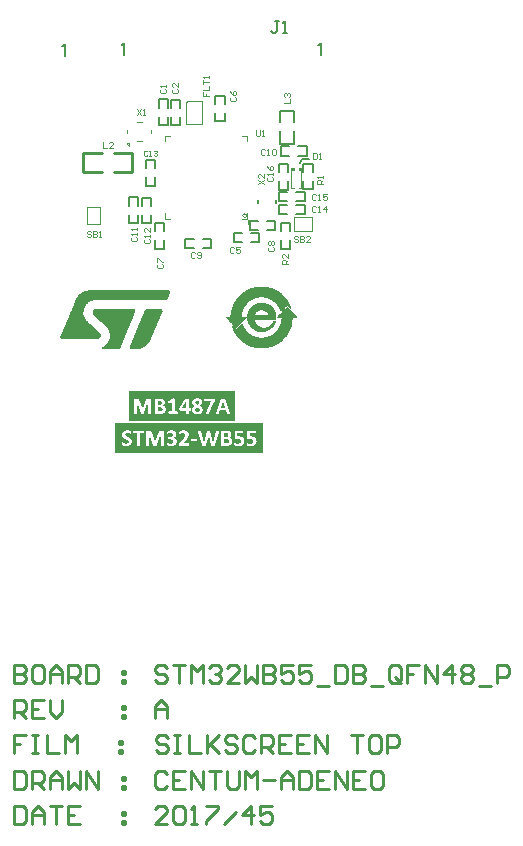
<source format=gto>
G04 Layer_Color=65535*
%FSLAX44Y44*%
%MOMM*%
G71*
G01*
G75*
%ADD24C,0.2000*%
%ADD26C,0.1000*%
%ADD30C,0.2540*%
%ADD31C,0.1020*%
%ADD35C,0.0254*%
%ADD36C,0.1270*%
%ADD37C,0.0750*%
%ADD38C,0.0500*%
%ADD39C,0.0305*%
%ADD40C,0.0250*%
G36*
X187166Y31500D02*
X97166D01*
Y56500D01*
X187166D01*
Y31500D01*
D02*
G37*
G36*
X210900Y4400D02*
X85900D01*
Y29400D01*
X210900D01*
Y4400D01*
D02*
G37*
%LPC*%
G36*
X155772Y50699D02*
X155008D01*
X154638Y50653D01*
X154314Y50629D01*
X154037Y50583D01*
X153805Y50537D01*
X153620Y50491D01*
X153527Y50468D01*
X153481Y50444D01*
X153180Y50352D01*
X152926Y50236D01*
X152694Y50097D01*
X152486Y49981D01*
X152324Y49889D01*
X152208Y49796D01*
X152139Y49750D01*
X152116Y49727D01*
X151931Y49542D01*
X151769Y49357D01*
X151630Y49172D01*
X151514Y49010D01*
X151422Y48848D01*
X151352Y48732D01*
X151329Y48639D01*
X151306Y48616D01*
X151214Y48385D01*
X151167Y48130D01*
X151121Y47899D01*
X151075Y47668D01*
Y47483D01*
X151052Y47344D01*
Y47251D01*
Y47205D01*
X151075Y46835D01*
X151098Y46649D01*
X151121Y46511D01*
X151144Y46395D01*
X151167Y46302D01*
X151190Y46233D01*
Y46210D01*
X151306Y45886D01*
X151445Y45608D01*
X151514Y45493D01*
X151561Y45423D01*
X151607Y45377D01*
Y45354D01*
X151838Y45099D01*
X152070Y44868D01*
X152185Y44775D01*
X152255Y44706D01*
X152301Y44683D01*
X152324Y44660D01*
X152648Y44428D01*
X152949Y44243D01*
X153065Y44173D01*
X153157Y44104D01*
X153227Y44081D01*
X153250Y44058D01*
X152810Y43803D01*
X152625Y43688D01*
X152463Y43572D01*
X152324Y43479D01*
X152232Y43410D01*
X152162Y43364D01*
X152139Y43341D01*
X151815Y43086D01*
X151561Y42832D01*
X151468Y42739D01*
X151399Y42646D01*
X151352Y42600D01*
X151329Y42577D01*
X151121Y42253D01*
X150959Y41975D01*
X150913Y41860D01*
X150866Y41767D01*
X150843Y41698D01*
Y41674D01*
X150751Y41304D01*
X150704Y40980D01*
X150681Y40841D01*
Y40726D01*
Y40656D01*
Y40633D01*
X150704Y40332D01*
X150728Y40078D01*
X150774Y39823D01*
X150820Y39615D01*
X150866Y39430D01*
X150913Y39314D01*
X150959Y39222D01*
Y39199D01*
X151075Y38967D01*
X151214Y38782D01*
X151352Y38597D01*
X151491Y38435D01*
X151607Y38319D01*
X151699Y38227D01*
X151769Y38180D01*
X151792Y38157D01*
X152023Y38019D01*
X152255Y37880D01*
X152486Y37787D01*
X152694Y37694D01*
X152880Y37625D01*
X153041Y37579D01*
X153134Y37532D01*
X153180D01*
X153504Y37463D01*
X153828Y37394D01*
X154152Y37347D01*
X154453Y37324D01*
X154708D01*
X154916Y37301D01*
X155517D01*
X155911Y37347D01*
X156258Y37371D01*
X156559Y37417D01*
X156790Y37463D01*
X156975Y37486D01*
X157091Y37532D01*
X157137D01*
X157461Y37648D01*
X157739Y37764D01*
X157993Y37880D01*
X158202Y37995D01*
X158364Y38088D01*
X158502Y38180D01*
X158572Y38227D01*
X158595Y38250D01*
X158803Y38435D01*
X158988Y38643D01*
X159150Y38828D01*
X159266Y39014D01*
X159382Y39175D01*
X159451Y39291D01*
X159474Y39384D01*
X159497Y39407D01*
X159613Y39685D01*
X159683Y39939D01*
X159752Y40217D01*
X159775Y40448D01*
X159798Y40656D01*
X159821Y40841D01*
Y40934D01*
Y40980D01*
X159798Y41374D01*
X159775Y41559D01*
X159729Y41698D01*
X159706Y41813D01*
X159659Y41929D01*
X159636Y41975D01*
Y41998D01*
X159474Y42345D01*
X159312Y42623D01*
X159243Y42739D01*
X159173Y42832D01*
X159150Y42878D01*
X159127Y42901D01*
X158873Y43202D01*
X158595Y43433D01*
X158479Y43526D01*
X158410Y43595D01*
X158341Y43641D01*
X158317Y43664D01*
X157947Y43919D01*
X157600Y44150D01*
X157438Y44243D01*
X157322Y44312D01*
X157253Y44335D01*
X157230Y44359D01*
X157600Y44567D01*
X157762Y44683D01*
X157901Y44775D01*
X157993Y44868D01*
X158086Y44937D01*
X158132Y44960D01*
X158155Y44983D01*
X158433Y45261D01*
X158664Y45516D01*
X158734Y45608D01*
X158803Y45678D01*
X158826Y45724D01*
X158849Y45747D01*
X159035Y46048D01*
X159173Y46302D01*
X159220Y46418D01*
X159266Y46511D01*
X159289Y46557D01*
Y46580D01*
X159382Y46927D01*
X159428Y47228D01*
X159451Y47344D01*
Y47436D01*
Y47483D01*
Y47506D01*
Y47760D01*
X159405Y48015D01*
X159382Y48223D01*
X159335Y48431D01*
X159289Y48570D01*
X159243Y48709D01*
X159220Y48778D01*
X159197Y48801D01*
X159104Y49010D01*
X158988Y49195D01*
X158873Y49380D01*
X158757Y49519D01*
X158641Y49634D01*
X158549Y49727D01*
X158502Y49773D01*
X158479Y49796D01*
X158294Y49958D01*
X158086Y50097D01*
X157669Y50306D01*
X157507Y50375D01*
X157369Y50421D01*
X157253Y50468D01*
X157230D01*
X156929Y50537D01*
X156628Y50606D01*
X156327Y50653D01*
X156026Y50676D01*
X155772Y50699D01*
D02*
G37*
G36*
X123678Y50468D02*
X119999D01*
X119767Y50444D01*
X119605Y50375D01*
X119489Y50282D01*
X119443Y50259D01*
X119374Y50190D01*
X119327Y50074D01*
X119258Y49889D01*
Y49773D01*
X119235Y49704D01*
Y49658D01*
Y49634D01*
Y38342D01*
Y38180D01*
X119258Y38065D01*
X119351Y37857D01*
X119420Y37764D01*
X119443Y37718D01*
X119628Y37602D01*
X119813Y37556D01*
X119952Y37532D01*
X123724D01*
X124002Y37556D01*
X124233D01*
X124441Y37579D01*
X124626Y37602D01*
X124742D01*
X124835Y37625D01*
X124858D01*
X125321Y37718D01*
X125529Y37764D01*
X125714Y37810D01*
X125853Y37833D01*
X125968Y37880D01*
X126038Y37903D01*
X126061D01*
X126454Y38065D01*
X126639Y38157D01*
X126778Y38227D01*
X126894Y38296D01*
X127010Y38366D01*
X127056Y38389D01*
X127079Y38412D01*
X127403Y38666D01*
X127658Y38898D01*
X127750Y39014D01*
X127820Y39083D01*
X127843Y39129D01*
X127866Y39152D01*
X128097Y39499D01*
X128259Y39823D01*
X128329Y39939D01*
X128375Y40055D01*
X128398Y40124D01*
Y40147D01*
X128514Y40587D01*
X128560Y40795D01*
X128583Y40980D01*
X128606Y41142D01*
Y41281D01*
Y41374D01*
Y41397D01*
X128583Y41860D01*
X128537Y42068D01*
X128514Y42253D01*
X128468Y42392D01*
X128421Y42508D01*
X128398Y42577D01*
Y42600D01*
X128213Y42970D01*
X128120Y43132D01*
X128051Y43271D01*
X127958Y43364D01*
X127912Y43456D01*
X127866Y43502D01*
X127843Y43526D01*
X127565Y43780D01*
X127310Y43988D01*
X127195Y44058D01*
X127102Y44104D01*
X127056Y44150D01*
X127033D01*
X126686Y44312D01*
X126362Y44428D01*
X126223Y44474D01*
X126130Y44497D01*
X126061Y44521D01*
X126038D01*
X126339Y44660D01*
X126570Y44798D01*
X126663Y44845D01*
X126732Y44891D01*
X126755Y44937D01*
X126778D01*
X127010Y45145D01*
X127195Y45331D01*
X127310Y45469D01*
X127357Y45493D01*
Y45516D01*
X127519Y45793D01*
X127611Y46025D01*
X127658Y46140D01*
X127681Y46210D01*
X127704Y46256D01*
Y46279D01*
X127796Y46603D01*
X127820Y46881D01*
X127843Y46997D01*
Y47089D01*
Y47158D01*
Y47182D01*
X127820Y47483D01*
X127796Y47760D01*
X127750Y47991D01*
X127704Y48223D01*
X127634Y48385D01*
X127588Y48501D01*
X127565Y48593D01*
X127542Y48616D01*
X127426Y48848D01*
X127287Y49033D01*
X127125Y49218D01*
X126987Y49357D01*
X126871Y49472D01*
X126755Y49565D01*
X126686Y49611D01*
X126663Y49634D01*
X126454Y49773D01*
X126223Y49912D01*
X125992Y50005D01*
X125760Y50097D01*
X125575Y50167D01*
X125413Y50213D01*
X125321Y50259D01*
X125274D01*
X124950Y50329D01*
X124603Y50375D01*
X124279Y50421D01*
X123955Y50444D01*
X123678Y50468D01*
D02*
G37*
G36*
X177592Y50537D02*
X176343D01*
X176250Y50514D01*
X176112D01*
X175903Y50491D01*
X175764Y50468D01*
X175649Y50444D01*
X175626Y50421D01*
X175510Y50375D01*
X175441Y50329D01*
X175394Y50282D01*
X175371Y50259D01*
X175325Y50190D01*
X175278Y50097D01*
X175255Y50028D01*
Y50005D01*
X171252Y38504D01*
X171183Y38273D01*
X171136Y38088D01*
X171090Y37995D01*
Y37949D01*
Y37810D01*
X171113Y37718D01*
X171136Y37648D01*
X171160Y37625D01*
X171275Y37579D01*
X171391Y37532D01*
X171484Y37509D01*
X171530D01*
X171761Y37486D01*
X171993Y37463D01*
X172548D01*
X172756Y37486D01*
X172941D01*
X173127Y37509D01*
X173265Y37532D01*
X173335Y37556D01*
X173358D01*
X173451Y37602D01*
X173520Y37648D01*
X173543Y37671D01*
X173566Y37694D01*
X173659Y37857D01*
X173682Y37903D01*
Y37926D01*
X174492Y40494D01*
X179374D01*
X180230Y37857D01*
X180300Y37718D01*
X180323Y37671D01*
Y37648D01*
X180392Y37602D01*
X180462Y37556D01*
X180508Y37532D01*
X180531D01*
X180670Y37509D01*
X180809D01*
X180924Y37486D01*
X180971D01*
X181225Y37463D01*
X182105D01*
X182336Y37486D01*
X182429D01*
X182498Y37509D01*
X182544D01*
X182729Y37532D01*
X182845Y37579D01*
X182915Y37602D01*
X182938Y37625D01*
X183007Y37718D01*
Y37810D01*
Y37903D01*
Y37926D01*
X182984Y38111D01*
X182938Y38296D01*
X182891Y38435D01*
X182868Y38481D01*
Y38504D01*
X178865Y49981D01*
X178819Y50097D01*
X178749Y50190D01*
X178726Y50236D01*
X178703Y50259D01*
X178634Y50329D01*
X178541Y50375D01*
X178449Y50421D01*
X178425D01*
X178263Y50468D01*
X178102Y50491D01*
X177963Y50514D01*
X177754D01*
X177592Y50537D01*
D02*
G37*
G36*
X115509Y50468D02*
X113589D01*
X113334Y50444D01*
X113126Y50421D01*
X112987Y50398D01*
X112964Y50375D01*
X112941D01*
X112756Y50306D01*
X112594Y50213D01*
X112501Y50143D01*
X112455Y50120D01*
X112316Y49958D01*
X112200Y49820D01*
X112108Y49681D01*
X112085Y49658D01*
Y49634D01*
X111969Y49403D01*
X111876Y49195D01*
X111853Y49079D01*
X111830Y49010D01*
X111807Y48963D01*
Y48940D01*
X108915Y41258D01*
X108868D01*
X106068Y48963D01*
X105976Y49241D01*
X105883Y49472D01*
X105814Y49611D01*
X105791Y49634D01*
Y49658D01*
X105652Y49866D01*
X105513Y50005D01*
X105421Y50097D01*
X105398Y50120D01*
X105374D01*
X105189Y50236D01*
X105004Y50329D01*
X104865Y50352D01*
X104842Y50375D01*
X104819D01*
X104565Y50421D01*
X104310Y50468D01*
X102135D01*
X101996Y50421D01*
X101765Y50329D01*
X101695Y50282D01*
X101626Y50236D01*
X101603Y50213D01*
X101580Y50190D01*
X101487Y50074D01*
X101441Y49958D01*
X101348Y49704D01*
Y49588D01*
X101325Y49496D01*
Y49426D01*
Y49403D01*
Y37880D01*
X101348Y37741D01*
X101371Y37694D01*
Y37671D01*
X101418Y37625D01*
X101487Y37579D01*
X101533Y37556D01*
X101556D01*
X101695Y37532D01*
X101811D01*
X101903Y37509D01*
X101950D01*
X102158Y37486D01*
X102343Y37463D01*
X102806D01*
X102991Y37486D01*
X103107Y37509D01*
X103153D01*
X103315Y37532D01*
X103454D01*
X103523Y37556D01*
X103546D01*
X103639Y37602D01*
X103708Y37625D01*
X103755Y37671D01*
X103801Y37741D01*
X103824Y37810D01*
Y37857D01*
Y37880D01*
Y48408D01*
X107457Y37880D01*
X107480Y37810D01*
X107526Y37741D01*
X107549Y37694D01*
X107573Y37671D01*
X107735Y37579D01*
X107781Y37556D01*
X107804D01*
X107943Y37532D01*
X108059D01*
X108151Y37509D01*
X108197D01*
X108406Y37486D01*
X108591Y37463D01*
X109030D01*
X109192Y37486D01*
X109354D01*
X109516Y37509D01*
X109655D01*
X109725Y37532D01*
X109748D01*
X109863Y37579D01*
X109933Y37602D01*
X109979Y37648D01*
X110002D01*
X110118Y37810D01*
X110141Y37857D01*
Y37880D01*
X113890Y48408D01*
X113913D01*
Y37880D01*
X113936Y37741D01*
X113959Y37694D01*
Y37671D01*
X114029Y37625D01*
X114098Y37579D01*
X114144Y37556D01*
X114167D01*
X114283Y37532D01*
X114399D01*
X114491Y37509D01*
X114538D01*
X114746Y37486D01*
X114931Y37463D01*
X115394D01*
X115579Y37486D01*
X115695Y37509D01*
X115741D01*
X115903Y37532D01*
X116042D01*
X116111Y37556D01*
X116134D01*
X116227Y37602D01*
X116296Y37625D01*
X116342Y37671D01*
X116389Y37741D01*
X116412Y37810D01*
Y37857D01*
Y37880D01*
Y49403D01*
Y49588D01*
X116389Y49727D01*
X116366Y49820D01*
X116342Y49843D01*
X116273Y49981D01*
X116204Y50074D01*
X116157Y50143D01*
X116134Y50167D01*
X116042Y50259D01*
X115926Y50329D01*
X115857Y50352D01*
X115810Y50375D01*
X115671Y50421D01*
X115509Y50468D01*
D02*
G37*
G36*
X135456Y50560D02*
X134669D01*
X134576Y50537D01*
X134322D01*
X134252Y50514D01*
X134090D01*
X134044Y50491D01*
X134021D01*
X133928Y50444D01*
X133905Y50421D01*
X131129Y48616D01*
X130990Y48524D01*
X130967Y48501D01*
X130943Y48478D01*
X130851Y48362D01*
X130828Y48316D01*
Y48292D01*
X130781Y48107D01*
Y48038D01*
Y48015D01*
Y47899D01*
Y47760D01*
Y47668D01*
Y47645D01*
Y47621D01*
Y47367D01*
X130805Y47205D01*
Y47089D01*
Y47043D01*
X130828Y46904D01*
X130851Y46811D01*
X130897Y46765D01*
Y46742D01*
X130967Y46696D01*
X131129D01*
X131267Y46719D01*
X131383Y46765D01*
X131476Y46811D01*
X131522Y46835D01*
X133604Y47991D01*
Y39569D01*
X131105D01*
X131059Y39546D01*
X131036Y39523D01*
X131013Y39499D01*
X130967Y39453D01*
X130920Y39384D01*
X130897Y39337D01*
Y39314D01*
X130874Y39222D01*
X130851Y39106D01*
X130828Y39037D01*
Y38990D01*
X130805Y38851D01*
Y38689D01*
Y38574D01*
Y38551D01*
Y38528D01*
Y38342D01*
X130828Y38180D01*
Y38088D01*
Y38042D01*
X130851Y37926D01*
X130874Y37833D01*
X130897Y37764D01*
Y37741D01*
X130943Y37671D01*
X130990Y37625D01*
X131036Y37579D01*
X131129Y37532D01*
X138302D01*
X138417Y37556D01*
X138464Y37579D01*
X138510Y37625D01*
X138556Y37671D01*
X138579Y37718D01*
Y37741D01*
X138626Y37833D01*
X138649Y37926D01*
X138672Y38019D01*
Y38042D01*
X138695Y38204D01*
X138718Y38366D01*
Y38481D01*
Y38504D01*
Y38528D01*
Y38713D01*
X138695Y38875D01*
X138672Y38967D01*
Y38990D01*
X138649Y39129D01*
X138626Y39222D01*
X138603Y39291D01*
Y39314D01*
X138556Y39407D01*
X138510Y39453D01*
X138487Y39499D01*
X138464D01*
X138417Y39546D01*
X138348Y39569D01*
X136219D01*
Y50236D01*
X136196Y50352D01*
X136173Y50375D01*
X136127Y50421D01*
X136080Y50444D01*
X136034Y50468D01*
X136011D01*
X135895Y50491D01*
X135779Y50514D01*
X135687Y50537D01*
X135641D01*
X135456Y50560D01*
D02*
G37*
G36*
X146539Y50537D02*
X145683D01*
X145591Y50514D01*
X145452D01*
X145220Y50491D01*
X145058Y50468D01*
X144943Y50444D01*
X144896D01*
X144758Y50398D01*
X144665Y50375D01*
X144596Y50352D01*
X144572Y50329D01*
X144503Y50282D01*
X144457Y50213D01*
X144410Y50190D01*
Y50167D01*
X140384Y43086D01*
X140315Y42947D01*
X140245Y42832D01*
X140222Y42739D01*
X140199Y42716D01*
X140176Y42600D01*
X140130Y42484D01*
X140107Y42392D01*
Y42369D01*
X140084Y42230D01*
Y42091D01*
X140060Y41975D01*
Y41952D01*
Y41929D01*
Y41744D01*
Y41582D01*
Y41443D01*
Y41420D01*
Y41397D01*
Y41119D01*
X140084Y40934D01*
Y40795D01*
Y40772D01*
Y40749D01*
X140130Y40587D01*
X140153Y40494D01*
X140199Y40425D01*
Y40402D01*
X140269Y40332D01*
X140315Y40286D01*
X140361Y40240D01*
X140384D01*
X140546Y40217D01*
X145591D01*
Y37857D01*
X145614Y37741D01*
X145637Y37694D01*
Y37671D01*
X145683Y37625D01*
X145753Y37579D01*
X145799Y37556D01*
X145822D01*
X145961Y37532D01*
X146077D01*
X146169Y37509D01*
X146215D01*
X146424Y37486D01*
X146609Y37463D01*
X147072D01*
X147280Y37486D01*
X147395Y37509D01*
X147442D01*
X147604Y37532D01*
X147719D01*
X147789Y37556D01*
X147812D01*
X147928Y37602D01*
X147997Y37625D01*
X148020Y37671D01*
X148043D01*
X148090Y37741D01*
X148113Y37810D01*
Y37833D01*
Y37857D01*
Y40217D01*
X149270D01*
X149339Y40240D01*
X149385Y40263D01*
X149478Y40356D01*
X149524Y40425D01*
X149548Y40471D01*
X149594Y40587D01*
X149617Y40703D01*
X149640Y40957D01*
X149663Y41073D01*
Y41165D01*
Y41235D01*
Y41258D01*
Y41443D01*
X149640Y41628D01*
X149617Y41767D01*
Y41883D01*
X149594Y41952D01*
X149571Y42022D01*
X149548Y42068D01*
X149501Y42160D01*
X149455Y42207D01*
X149362Y42299D01*
X149293Y42322D01*
X148113D01*
Y50097D01*
X148090Y50167D01*
X148067Y50236D01*
X148020Y50259D01*
X147997Y50282D01*
X147905Y50352D01*
X147812Y50398D01*
X147719Y50421D01*
X147673D01*
X147488Y50444D01*
X147303Y50468D01*
X147164Y50491D01*
X147095D01*
X146817Y50514D01*
X146539Y50537D01*
D02*
G37*
G36*
X169494Y50468D02*
X161626D01*
X161557Y50444D01*
X161534Y50421D01*
X161511Y50398D01*
X161464Y50329D01*
X161418Y50259D01*
X161395Y50213D01*
X161372Y50190D01*
X161349Y50074D01*
X161325Y49958D01*
X161302Y49866D01*
Y49820D01*
X161279Y49658D01*
Y49496D01*
Y49357D01*
Y49334D01*
Y49310D01*
Y49102D01*
X161302Y48917D01*
Y48778D01*
X161325Y48639D01*
X161349Y48547D01*
Y48478D01*
X161372Y48454D01*
Y48431D01*
X161418Y48339D01*
X161464Y48292D01*
X161580Y48200D01*
X161672Y48177D01*
X167157D01*
X162552Y38065D01*
X162505Y37949D01*
X162482Y37857D01*
X162459Y37810D01*
Y37787D01*
X162505Y37718D01*
X162552Y37648D01*
X162598Y37625D01*
X162621Y37602D01*
X162760Y37556D01*
X162899Y37532D01*
X163015Y37509D01*
X163061D01*
X163339Y37486D01*
X163616Y37463D01*
X164195D01*
X164380Y37486D01*
X164565D01*
X164750Y37509D01*
X164889D01*
X164981Y37532D01*
X165005D01*
X165120Y37579D01*
X165213Y37602D01*
X165259Y37648D01*
X165282D01*
X165398Y37787D01*
X165444Y37833D01*
Y37857D01*
X169702Y47714D01*
X169771Y47853D01*
X169818Y47968D01*
X169841Y48061D01*
Y48084D01*
X169887Y48200D01*
X169910Y48316D01*
X169933Y48408D01*
Y48431D01*
X169956Y48570D01*
X169980Y48709D01*
X170003Y48801D01*
Y48825D01*
X170026Y49010D01*
Y49172D01*
Y49287D01*
Y49310D01*
Y49334D01*
Y49588D01*
X170003Y49773D01*
X169980Y49866D01*
Y49912D01*
X169933Y50074D01*
X169910Y50167D01*
X169887Y50236D01*
X169864Y50259D01*
X169818Y50329D01*
X169748Y50375D01*
X169702Y50421D01*
X169679D01*
X169586Y50444D01*
X169494Y50468D01*
D02*
G37*
%LPD*%
G36*
X155517Y48755D02*
X155749Y48732D01*
X155841Y48709D01*
X155911Y48686D01*
X155934Y48663D01*
X155957D01*
X156188Y48570D01*
X156350Y48478D01*
X156443Y48408D01*
X156489Y48362D01*
X156628Y48223D01*
X156744Y48061D01*
X156790Y47945D01*
X156813Y47922D01*
Y47899D01*
X156883Y47691D01*
X156906Y47483D01*
X156929Y47344D01*
Y47297D01*
Y47274D01*
X156906Y47066D01*
X156860Y46858D01*
X156790Y46649D01*
X156721Y46487D01*
X156651Y46349D01*
X156582Y46256D01*
X156536Y46187D01*
X156512Y46164D01*
X156350Y45978D01*
X156165Y45816D01*
X155818Y45539D01*
X155656Y45423D01*
X155517Y45331D01*
X155425Y45284D01*
X155402Y45261D01*
X155078Y45446D01*
X154800Y45608D01*
X154708Y45655D01*
X154638Y45701D01*
X154592Y45747D01*
X154569D01*
X154337Y45909D01*
X154152Y46071D01*
X154037Y46164D01*
X153990Y46210D01*
X153851Y46395D01*
X153759Y46557D01*
X153689Y46673D01*
X153666Y46719D01*
X153620Y46927D01*
X153597Y47135D01*
X153574Y47274D01*
Y47297D01*
Y47320D01*
X153597Y47552D01*
X153643Y47760D01*
X153689Y47945D01*
X153782Y48107D01*
X153851Y48223D01*
X153898Y48316D01*
X153944Y48362D01*
X153967Y48385D01*
X154152Y48524D01*
X154337Y48616D01*
X154546Y48686D01*
X154754Y48732D01*
X154939Y48755D01*
X155078Y48778D01*
X155217D01*
X155517Y48755D01*
D02*
G37*
G36*
X155471Y42901D02*
X155633Y42808D01*
X155772Y42739D01*
X155864Y42670D01*
X155957Y42623D01*
X156003Y42600D01*
X156026Y42577D01*
X156304Y42392D01*
X156512Y42207D01*
X156651Y42091D01*
X156698Y42068D01*
Y42045D01*
X156883Y41860D01*
X156998Y41674D01*
X157068Y41536D01*
X157091Y41512D01*
Y41489D01*
X157184Y41258D01*
X157207Y41050D01*
X157230Y40957D01*
Y40888D01*
Y40841D01*
Y40818D01*
X157207Y40564D01*
X157160Y40332D01*
X157068Y40124D01*
X156998Y39962D01*
X156906Y39823D01*
X156813Y39731D01*
X156767Y39685D01*
X156744Y39661D01*
X156536Y39523D01*
X156304Y39430D01*
X156073Y39337D01*
X155818Y39291D01*
X155610Y39268D01*
X155425Y39245D01*
X155263D01*
X154916Y39268D01*
X154615Y39314D01*
X154361Y39361D01*
X154129Y39453D01*
X153967Y39523D01*
X153851Y39569D01*
X153782Y39615D01*
X153759Y39638D01*
X153597Y39800D01*
X153481Y40009D01*
X153389Y40194D01*
X153342Y40402D01*
X153296Y40564D01*
X153273Y40703D01*
Y40818D01*
Y40841D01*
X153296Y41096D01*
X153319Y41304D01*
X153342Y41443D01*
X153365Y41466D01*
Y41489D01*
X153458Y41698D01*
X153574Y41883D01*
X153666Y42022D01*
X153713Y42045D01*
Y42068D01*
X153898Y42276D01*
X154083Y42438D01*
X154245Y42531D01*
X154268Y42577D01*
X154291D01*
X154569Y42762D01*
X154846Y42924D01*
X154939Y42993D01*
X155031Y43040D01*
X155078Y43086D01*
X155101D01*
X155471Y42901D01*
D02*
G37*
G36*
X123840Y43202D02*
X124025Y43179D01*
X124210Y43155D01*
X124326Y43132D01*
X124441Y43109D01*
X124487Y43086D01*
X124511D01*
X124835Y42970D01*
X125066Y42855D01*
X125159Y42808D01*
X125228Y42762D01*
X125251Y42716D01*
X125274D01*
X125459Y42531D01*
X125598Y42322D01*
X125691Y42184D01*
X125714Y42137D01*
Y42114D01*
X125807Y41837D01*
X125853Y41582D01*
X125876Y41466D01*
Y41374D01*
Y41327D01*
Y41304D01*
X125853Y41003D01*
X125807Y40772D01*
X125760Y40679D01*
X125737Y40610D01*
X125714Y40564D01*
Y40541D01*
X125575Y40309D01*
X125436Y40147D01*
X125321Y40032D01*
X125297Y39985D01*
X125274D01*
X125066Y39823D01*
X124858Y39731D01*
X124765Y39685D01*
X124696Y39661D01*
X124649Y39638D01*
X124626D01*
X124326Y39592D01*
X124025Y39569D01*
X123886Y39546D01*
X121803D01*
Y43225D01*
X123608D01*
X123840Y43202D01*
D02*
G37*
G36*
X123539Y48478D02*
X123701Y48454D01*
X123840D01*
X123955Y48431D01*
X124025Y48408D01*
X124071Y48385D01*
X124094D01*
X124349Y48292D01*
X124534Y48177D01*
X124649Y48107D01*
X124696Y48061D01*
X124858Y47899D01*
X124973Y47737D01*
X125043Y47598D01*
X125066Y47575D01*
Y47552D01*
X125159Y47320D01*
X125182Y47089D01*
X125205Y46997D01*
Y46927D01*
Y46881D01*
Y46858D01*
X125182Y46603D01*
X125159Y46395D01*
X125135Y46302D01*
X125112Y46233D01*
X125089Y46210D01*
Y46187D01*
X124997Y45955D01*
X124881Y45793D01*
X124788Y45678D01*
X124742Y45631D01*
X124557Y45469D01*
X124372Y45354D01*
X124233Y45284D01*
X124187Y45261D01*
X124164D01*
X124025Y45215D01*
X123886Y45192D01*
X123585Y45168D01*
X123469Y45145D01*
X121803D01*
Y48501D01*
X123354D01*
X123539Y48478D01*
D02*
G37*
G36*
X178749Y42508D02*
X175093D01*
X176921Y48015D01*
X178749Y42508D01*
D02*
G37*
G36*
X145591Y42322D02*
X142166D01*
X145568Y48269D01*
X145591D01*
Y42322D01*
D02*
G37*
%LPC*%
G36*
X172789Y23437D02*
X172211D01*
X171979Y23414D01*
X171910D01*
X171840Y23391D01*
X171794D01*
X171632Y23368D01*
X171493Y23344D01*
X171424Y23321D01*
X171401Y23298D01*
X171308Y23252D01*
X171239Y23205D01*
X171215Y23159D01*
X171192Y23136D01*
X171146Y22951D01*
X171123Y22882D01*
Y22858D01*
X168855Y12955D01*
X168832D01*
X166379Y22812D01*
X166356Y22951D01*
X166333Y23043D01*
X166310Y23113D01*
X166287Y23136D01*
X166217Y23205D01*
X166148Y23275D01*
X166078Y23298D01*
X166055Y23321D01*
X165917Y23368D01*
X165778Y23391D01*
X165662Y23414D01*
X165616D01*
X165384Y23437D01*
X164551D01*
X164320Y23414D01*
X164227D01*
X164158Y23391D01*
X164112D01*
X163950Y23368D01*
X163811Y23344D01*
X163718Y23321D01*
X163695Y23298D01*
X163603Y23252D01*
X163533Y23182D01*
X163510Y23136D01*
X163487Y23113D01*
X163441Y23020D01*
X163394Y22928D01*
X163371Y22835D01*
Y22812D01*
X161011Y12955D01*
X158743Y22882D01*
X158720Y22997D01*
X158697Y23090D01*
X158674Y23136D01*
X158651Y23159D01*
X158604Y23229D01*
X158535Y23275D01*
X158489Y23321D01*
X158466D01*
X158350Y23368D01*
X158211Y23391D01*
X158095Y23414D01*
X158049D01*
X157818Y23437D01*
X156962D01*
X156823Y23414D01*
X156615D01*
X156545Y23391D01*
X156499D01*
X156314Y23368D01*
X156198Y23321D01*
X156105Y23275D01*
X156082Y23252D01*
X156013Y23159D01*
X155990Y23067D01*
X155967Y22997D01*
Y22951D01*
X155990Y22766D01*
X156036Y22604D01*
X156059Y22465D01*
X156082Y22419D01*
Y22396D01*
X159021Y11080D01*
X159067Y10919D01*
X159137Y10803D01*
X159160Y10710D01*
X159183Y10687D01*
X159276Y10595D01*
X159368Y10525D01*
X159438Y10502D01*
X159461Y10479D01*
X159646Y10456D01*
X159808Y10432D01*
X159970Y10409D01*
X160016D01*
X160317Y10386D01*
X160618Y10363D01*
X161312D01*
X161474Y10386D01*
X161682D01*
X161751Y10409D01*
X161821D01*
X162052Y10432D01*
X162214Y10456D01*
X162330Y10502D01*
X162353D01*
X162469Y10571D01*
X162561Y10641D01*
X162608Y10687D01*
X162631Y10710D01*
X162700Y10826D01*
X162746Y10942D01*
X162770Y11034D01*
Y11080D01*
X164736Y19295D01*
X164760D01*
X166819Y11080D01*
X166865Y10919D01*
X166912Y10803D01*
X166958Y10710D01*
Y10687D01*
X167050Y10595D01*
X167143Y10525D01*
X167236Y10502D01*
X167259Y10479D01*
X167444Y10456D01*
X167606Y10432D01*
X167768Y10409D01*
X167814D01*
X168092Y10386D01*
X168392Y10363D01*
X169063D01*
X169202Y10386D01*
X169411D01*
X169503Y10409D01*
X169549D01*
X169781Y10432D01*
X169966Y10456D01*
X170058Y10479D01*
X170105D01*
X170244Y10548D01*
X170336Y10618D01*
X170382Y10664D01*
X170406Y10687D01*
X170475Y10826D01*
X170544Y10942D01*
X170568Y11034D01*
X170591Y11080D01*
X173552Y22349D01*
X173599Y22604D01*
X173645Y22789D01*
Y22882D01*
Y22928D01*
Y23067D01*
X173599Y23182D01*
X173576Y23229D01*
X173552Y23252D01*
X173460Y23321D01*
X173344Y23368D01*
X173252Y23391D01*
X173205D01*
X172997Y23414D01*
X172789Y23437D01*
D02*
G37*
G36*
X204235Y23368D02*
X198080D01*
X197849Y23344D01*
X197687Y23275D01*
X197594Y23205D01*
X197571Y23182D01*
X197502Y23020D01*
X197456Y22835D01*
X197432Y22673D01*
Y22627D01*
Y22604D01*
Y17004D01*
X197456Y16750D01*
X197502Y16588D01*
X197525Y16472D01*
X197548Y16449D01*
X197664Y16379D01*
X197803Y16333D01*
X197918Y16310D01*
X197965D01*
X198289Y16333D01*
X198566Y16356D01*
X198682D01*
X198775Y16379D01*
X198844D01*
X199214Y16426D01*
X199561Y16449D01*
X200163D01*
X200394Y16426D01*
X200602Y16402D01*
X200788Y16379D01*
X200926Y16356D01*
X201042Y16333D01*
X201112Y16310D01*
X201135D01*
X201482Y16194D01*
X201621Y16125D01*
X201736Y16055D01*
X201829Y16009D01*
X201921Y15963D01*
X201945Y15940D01*
X201968Y15917D01*
X202176Y15708D01*
X202315Y15500D01*
X202361Y15408D01*
X202407Y15338D01*
X202430Y15292D01*
Y15269D01*
X202523Y14991D01*
X202569Y14713D01*
X202593Y14598D01*
Y14505D01*
Y14459D01*
Y14436D01*
X202569Y14042D01*
X202546Y13880D01*
X202500Y13742D01*
X202477Y13626D01*
X202430Y13533D01*
X202407Y13487D01*
Y13464D01*
X202245Y13186D01*
X202083Y12978D01*
X201945Y12839D01*
X201921Y12816D01*
X201898Y12793D01*
X201644Y12631D01*
X201366Y12515D01*
X201250Y12469D01*
X201181Y12446D01*
X201112Y12422D01*
X201088D01*
X200741Y12353D01*
X200394Y12330D01*
X200255Y12307D01*
X199816D01*
X199584Y12330D01*
X199376D01*
X199214Y12353D01*
X199075Y12376D01*
X198983D01*
X198913Y12399D01*
X198890D01*
X198566Y12492D01*
X198312Y12561D01*
X198219Y12608D01*
X198150Y12631D01*
X198103Y12654D01*
X198080D01*
X197872Y12770D01*
X197687Y12862D01*
X197594Y12909D01*
X197548Y12932D01*
X197409Y13001D01*
X197317Y13024D01*
X197270Y13047D01*
X197178D01*
X197132Y13024D01*
X197108Y13001D01*
X197085Y12978D01*
X197062Y12932D01*
X197016Y12885D01*
X196993Y12839D01*
Y12816D01*
X196970Y12723D01*
X196947Y12608D01*
X196923Y12538D01*
Y12492D01*
Y12353D01*
Y12191D01*
Y12075D01*
Y12052D01*
Y12029D01*
Y11844D01*
Y11705D01*
Y11613D01*
Y11566D01*
Y11451D01*
X196947Y11358D01*
Y11289D01*
Y11266D01*
X196993Y11127D01*
X197016Y11080D01*
Y11057D01*
X197085Y10942D01*
X197132Y10919D01*
Y10895D01*
X197224Y10826D01*
X197363Y10756D01*
X197456Y10710D01*
X197502Y10687D01*
X197733Y10595D01*
X197965Y10525D01*
X198057Y10502D01*
X198127Y10479D01*
X198173Y10456D01*
X198196D01*
X198543Y10386D01*
X198844Y10340D01*
X198983Y10317D01*
X199075D01*
X199145Y10294D01*
X199168D01*
X199584Y10247D01*
X199769Y10224D01*
X199955D01*
X200117Y10201D01*
X200325D01*
X200741Y10224D01*
X201135Y10247D01*
X201482Y10294D01*
X201783Y10340D01*
X202037Y10386D01*
X202222Y10432D01*
X202338Y10479D01*
X202384D01*
X202731Y10595D01*
X203032Y10733D01*
X203310Y10872D01*
X203541Y11011D01*
X203726Y11150D01*
X203865Y11242D01*
X203958Y11312D01*
X203981Y11335D01*
X204212Y11566D01*
X204421Y11798D01*
X204606Y12029D01*
X204744Y12261D01*
X204860Y12446D01*
X204953Y12608D01*
X204999Y12700D01*
X205022Y12746D01*
X205138Y13070D01*
X205230Y13394D01*
X205300Y13695D01*
X205346Y13996D01*
X205369Y14251D01*
X205392Y14436D01*
Y14575D01*
Y14621D01*
X205369Y14968D01*
X205346Y15269D01*
X205300Y15546D01*
X205254Y15778D01*
X205184Y15963D01*
X205138Y16125D01*
X205115Y16217D01*
X205091Y16241D01*
X204976Y16495D01*
X204837Y16726D01*
X204698Y16935D01*
X204559Y17097D01*
X204421Y17235D01*
X204328Y17328D01*
X204258Y17398D01*
X204235Y17421D01*
X204027Y17583D01*
X203796Y17745D01*
X203564Y17860D01*
X203356Y17976D01*
X203171Y18045D01*
X203009Y18115D01*
X202916Y18161D01*
X202870D01*
X202569Y18254D01*
X202245Y18300D01*
X201921Y18346D01*
X201644Y18392D01*
X201389D01*
X201204Y18416D01*
X200510D01*
X200417Y18392D01*
X200047D01*
X199816Y18369D01*
X199746D01*
X199677Y18346D01*
X199608D01*
Y21123D01*
X204189D01*
X204258Y21146D01*
X204305Y21169D01*
X204421Y21262D01*
X204467Y21331D01*
X204490Y21377D01*
X204536Y21493D01*
X204559Y21632D01*
X204583Y21933D01*
X204606Y22048D01*
Y22164D01*
Y22234D01*
Y22257D01*
Y22465D01*
X204583Y22627D01*
X204559Y22720D01*
Y22766D01*
X204536Y22905D01*
X204513Y22997D01*
X204490Y23067D01*
Y23090D01*
X204444Y23182D01*
X204397Y23252D01*
X204374Y23275D01*
X204351Y23298D01*
X204305Y23344D01*
X204235Y23368D01*
D02*
G37*
G36*
X126186D02*
X124266D01*
X124011Y23344D01*
X123803Y23321D01*
X123664Y23298D01*
X123641Y23275D01*
X123618D01*
X123433Y23205D01*
X123271Y23113D01*
X123178Y23043D01*
X123132Y23020D01*
X122993Y22858D01*
X122877Y22720D01*
X122785Y22581D01*
X122762Y22558D01*
Y22534D01*
X122646Y22303D01*
X122553Y22095D01*
X122530Y21979D01*
X122507Y21910D01*
X122484Y21863D01*
Y21840D01*
X119592Y14158D01*
X119545D01*
X116745Y21863D01*
X116653Y22141D01*
X116560Y22373D01*
X116491Y22511D01*
X116468Y22534D01*
Y22558D01*
X116329Y22766D01*
X116190Y22905D01*
X116097Y22997D01*
X116074Y23020D01*
X116051D01*
X115866Y23136D01*
X115681Y23229D01*
X115542Y23252D01*
X115519Y23275D01*
X115496D01*
X115241Y23321D01*
X114987Y23368D01*
X112812D01*
X112673Y23321D01*
X112441Y23229D01*
X112372Y23182D01*
X112303Y23136D01*
X112279Y23113D01*
X112256Y23090D01*
X112164Y22974D01*
X112117Y22858D01*
X112025Y22604D01*
Y22488D01*
X112002Y22396D01*
Y22326D01*
Y22303D01*
Y10780D01*
X112025Y10641D01*
X112048Y10595D01*
Y10571D01*
X112094Y10525D01*
X112164Y10479D01*
X112210Y10456D01*
X112233D01*
X112372Y10432D01*
X112488D01*
X112580Y10409D01*
X112626D01*
X112835Y10386D01*
X113020Y10363D01*
X113483D01*
X113668Y10386D01*
X113784Y10409D01*
X113830D01*
X113992Y10432D01*
X114131D01*
X114200Y10456D01*
X114223D01*
X114316Y10502D01*
X114385Y10525D01*
X114431Y10571D01*
X114478Y10641D01*
X114501Y10710D01*
Y10756D01*
Y10780D01*
Y21308D01*
X118134Y10780D01*
X118157Y10710D01*
X118203Y10641D01*
X118226Y10595D01*
X118249Y10571D01*
X118411Y10479D01*
X118458Y10456D01*
X118481D01*
X118620Y10432D01*
X118735D01*
X118828Y10409D01*
X118874D01*
X119082Y10386D01*
X119268Y10363D01*
X119707D01*
X119869Y10386D01*
X120031D01*
X120193Y10409D01*
X120332D01*
X120401Y10432D01*
X120424D01*
X120540Y10479D01*
X120610Y10502D01*
X120656Y10548D01*
X120679D01*
X120795Y10710D01*
X120818Y10756D01*
Y10780D01*
X124566Y21308D01*
X124590D01*
Y10780D01*
X124613Y10641D01*
X124636Y10595D01*
Y10571D01*
X124705Y10525D01*
X124775Y10479D01*
X124821Y10456D01*
X124844D01*
X124960Y10432D01*
X125076D01*
X125168Y10409D01*
X125214D01*
X125423Y10386D01*
X125608Y10363D01*
X126070D01*
X126256Y10386D01*
X126371Y10409D01*
X126418D01*
X126580Y10432D01*
X126718D01*
X126788Y10456D01*
X126811D01*
X126903Y10502D01*
X126973Y10525D01*
X127019Y10571D01*
X127065Y10641D01*
X127089Y10710D01*
Y10756D01*
Y10780D01*
Y22303D01*
Y22488D01*
X127065Y22627D01*
X127042Y22720D01*
X127019Y22743D01*
X126950Y22882D01*
X126880Y22974D01*
X126834Y23043D01*
X126811Y23067D01*
X126718Y23159D01*
X126603Y23229D01*
X126533Y23252D01*
X126487Y23275D01*
X126348Y23321D01*
X126186Y23368D01*
D02*
G37*
G36*
X96267Y23599D02*
X95642D01*
X95318Y23553D01*
X95041Y23529D01*
X94786Y23483D01*
X94578Y23437D01*
X94416Y23414D01*
X94323Y23368D01*
X94277D01*
X93999Y23275D01*
X93722Y23159D01*
X93490Y23043D01*
X93282Y22928D01*
X93120Y22812D01*
X93004Y22720D01*
X92912Y22673D01*
X92889Y22650D01*
X92680Y22465D01*
X92495Y22280D01*
X92333Y22072D01*
X92218Y21910D01*
X92102Y21748D01*
X92032Y21609D01*
X91986Y21516D01*
X91963Y21493D01*
X91847Y21216D01*
X91778Y20938D01*
X91708Y20660D01*
X91685Y20406D01*
X91662Y20197D01*
X91639Y20012D01*
Y19897D01*
Y19850D01*
Y19549D01*
X91685Y19295D01*
X91708Y19064D01*
X91755Y18855D01*
X91801Y18693D01*
X91824Y18555D01*
X91870Y18485D01*
Y18462D01*
X92056Y18068D01*
X92171Y17883D01*
X92264Y17745D01*
X92333Y17606D01*
X92403Y17513D01*
X92449Y17467D01*
X92472Y17444D01*
X92773Y17166D01*
X93051Y16935D01*
X93166Y16842D01*
X93259Y16773D01*
X93328Y16750D01*
X93351Y16726D01*
X93722Y16518D01*
X93907Y16426D01*
X94046Y16333D01*
X94184Y16264D01*
X94277Y16217D01*
X94346Y16194D01*
X94369Y16171D01*
X94740Y16009D01*
X94902Y15940D01*
X95064Y15870D01*
X95179Y15801D01*
X95272Y15778D01*
X95341Y15732D01*
X95365D01*
X95712Y15569D01*
X95874Y15500D01*
X95989Y15431D01*
X96105Y15361D01*
X96174Y15315D01*
X96221Y15292D01*
X96244Y15269D01*
X96498Y15084D01*
X96707Y14898D01*
X96822Y14760D01*
X96869Y14736D01*
Y14713D01*
X96961Y14598D01*
X97007Y14459D01*
X97100Y14204D01*
Y14112D01*
X97123Y14019D01*
Y13973D01*
Y13950D01*
X97100Y13695D01*
X97054Y13464D01*
X97007Y13371D01*
X96984Y13302D01*
X96961Y13279D01*
Y13255D01*
X96845Y13047D01*
X96707Y12885D01*
X96614Y12793D01*
X96591Y12746D01*
X96568D01*
X96360Y12608D01*
X96151Y12515D01*
X96059Y12469D01*
X95989Y12446D01*
X95943Y12422D01*
X95920D01*
X95642Y12376D01*
X95365Y12353D01*
X95249Y12330D01*
X94786D01*
X94555Y12353D01*
X94323Y12376D01*
X94138Y12422D01*
X93976Y12446D01*
X93860Y12469D01*
X93791Y12492D01*
X93768D01*
X93398Y12608D01*
X93236Y12677D01*
X93097Y12723D01*
X92981Y12770D01*
X92889Y12816D01*
X92842Y12839D01*
X92819D01*
X92542Y12978D01*
X92356Y13094D01*
X92218Y13186D01*
X92194Y13209D01*
X92171D01*
X92009Y13325D01*
X91870Y13371D01*
X91801Y13394D01*
X91708D01*
X91662Y13371D01*
X91616Y13348D01*
X91593Y13325D01*
X91546Y13279D01*
X91500Y13209D01*
X91477Y13163D01*
Y13140D01*
X91454Y13024D01*
X91431Y12909D01*
X91408Y12839D01*
Y12793D01*
Y12631D01*
Y12469D01*
Y12330D01*
Y12307D01*
Y12284D01*
Y11983D01*
X91431Y11752D01*
X91454Y11613D01*
Y11589D01*
Y11566D01*
X91500Y11404D01*
X91546Y11289D01*
X91593Y11219D01*
X91616Y11196D01*
X91755Y11080D01*
X91894Y10988D01*
X92009Y10895D01*
X92032Y10872D01*
X92056D01*
X92310Y10756D01*
X92542Y10664D01*
X92634Y10618D01*
X92727Y10595D01*
X92773Y10571D01*
X92796D01*
X93143Y10479D01*
X93467Y10386D01*
X93606Y10363D01*
X93722Y10340D01*
X93791Y10317D01*
X93814D01*
X94254Y10247D01*
X94462Y10224D01*
X94647D01*
X94832Y10201D01*
X95064D01*
X95434Y10224D01*
X95758Y10247D01*
X96082Y10294D01*
X96360Y10340D01*
X96591Y10386D01*
X96753Y10409D01*
X96869Y10456D01*
X96915D01*
X97239Y10571D01*
X97516Y10687D01*
X97794Y10803D01*
X98002Y10942D01*
X98188Y11034D01*
X98326Y11127D01*
X98419Y11196D01*
X98442Y11219D01*
X98673Y11428D01*
X98882Y11636D01*
X99044Y11844D01*
X99206Y12052D01*
X99298Y12214D01*
X99391Y12376D01*
X99437Y12469D01*
X99460Y12492D01*
X99599Y12793D01*
X99692Y13117D01*
X99761Y13418D01*
X99807Y13695D01*
X99830Y13927D01*
X99853Y14135D01*
Y14251D01*
Y14297D01*
Y14575D01*
X99807Y14829D01*
X99784Y15060D01*
X99738Y15269D01*
X99692Y15431D01*
X99645Y15546D01*
X99622Y15616D01*
X99599Y15639D01*
X99414Y16032D01*
X99298Y16217D01*
X99206Y16356D01*
X99113Y16472D01*
X99044Y16565D01*
X98997Y16611D01*
X98974Y16634D01*
X98673Y16935D01*
X98373Y17166D01*
X98257Y17259D01*
X98164Y17328D01*
X98095Y17351D01*
X98072Y17374D01*
X97702Y17606D01*
X97378Y17768D01*
X97239Y17837D01*
X97146Y17883D01*
X97077Y17930D01*
X97054D01*
X96683Y18092D01*
X96498Y18161D01*
X96360Y18231D01*
X96221Y18300D01*
X96128Y18323D01*
X96059Y18369D01*
X96035D01*
X95688Y18531D01*
X95411Y18693D01*
X95318Y18740D01*
X95226Y18786D01*
X95179Y18832D01*
X95156D01*
X94902Y19017D01*
X94693Y19202D01*
X94578Y19341D01*
X94531Y19364D01*
Y19388D01*
X94393Y19642D01*
X94323Y19897D01*
Y19989D01*
X94300Y20082D01*
Y20128D01*
Y20151D01*
X94323Y20359D01*
X94346Y20521D01*
X94369Y20637D01*
X94393Y20683D01*
X94485Y20868D01*
X94601Y21007D01*
X94693Y21100D01*
X94717Y21123D01*
X94879Y21239D01*
X95064Y21354D01*
X95203Y21401D01*
X95226Y21424D01*
X95249D01*
X95503Y21493D01*
X95735Y21516D01*
X95850Y21539D01*
X95989D01*
X96383Y21516D01*
X96568Y21493D01*
X96707Y21470D01*
X96822Y21447D01*
X96938Y21424D01*
X96984Y21401D01*
X97007D01*
X97331Y21285D01*
X97586Y21192D01*
X97678Y21169D01*
X97748Y21123D01*
X97794Y21100D01*
X97817D01*
X98049Y20984D01*
X98234Y20892D01*
X98350Y20822D01*
X98396Y20799D01*
X98558Y20730D01*
X98673Y20683D01*
X98743Y20660D01*
X98835D01*
X98882Y20683D01*
X98928Y20706D01*
X98997Y20822D01*
X99021Y20868D01*
Y20892D01*
X99044Y21007D01*
X99067Y21100D01*
X99090Y21192D01*
Y21216D01*
X99113Y21377D01*
Y21539D01*
Y21678D01*
Y21701D01*
Y21725D01*
Y21886D01*
Y22025D01*
X99090Y22118D01*
Y22141D01*
Y22257D01*
X99067Y22373D01*
X99044Y22419D01*
Y22442D01*
X98997Y22581D01*
X98974Y22604D01*
Y22627D01*
X98951Y22696D01*
X98905Y22766D01*
X98882Y22789D01*
X98859Y22812D01*
X98766Y22882D01*
X98627Y22974D01*
X98488Y23020D01*
X98465Y23043D01*
X98442D01*
X98211Y23159D01*
X97979Y23252D01*
X97887Y23275D01*
X97817Y23298D01*
X97771Y23321D01*
X97748D01*
X97447Y23391D01*
X97169Y23460D01*
X97054Y23483D01*
X96961D01*
X96915Y23506D01*
X96892D01*
X96545Y23553D01*
X96267Y23599D01*
D02*
G37*
G36*
X154578Y16472D02*
X150344D01*
X150182Y16426D01*
X150066Y16356D01*
X149997Y16287D01*
X149973Y16241D01*
X149950Y16148D01*
X149927Y16009D01*
X149904Y15755D01*
X149881Y15616D01*
Y15523D01*
Y15454D01*
Y15431D01*
Y15245D01*
X149904Y15084D01*
Y14945D01*
X149927Y14829D01*
X149950Y14736D01*
Y14690D01*
X149973Y14667D01*
Y14644D01*
X150089Y14505D01*
X150205Y14436D01*
X150297Y14412D01*
X154509D01*
X154671Y14436D01*
X154763Y14528D01*
X154833Y14598D01*
X154856Y14621D01*
X154902Y14713D01*
X154925Y14852D01*
X154949Y15107D01*
X154972Y15245D01*
Y15338D01*
Y15408D01*
Y15431D01*
Y15639D01*
X154949Y15778D01*
X154925Y15893D01*
Y15917D01*
X154902Y16055D01*
X154879Y16148D01*
X154856Y16217D01*
X154833Y16241D01*
X154787Y16310D01*
X154740Y16356D01*
X154717Y16402D01*
X154694D01*
X154648Y16449D01*
X154578Y16472D01*
D02*
G37*
G36*
X144073Y23599D02*
X143911D01*
X143448Y23576D01*
X143240Y23553D01*
X143055Y23529D01*
X142893Y23506D01*
X142777Y23483D01*
X142685Y23460D01*
X142661D01*
X142245Y23368D01*
X142060Y23321D01*
X141921Y23275D01*
X141782Y23229D01*
X141690Y23182D01*
X141620Y23159D01*
X141597D01*
X141273Y23043D01*
X140995Y22928D01*
X140903Y22882D01*
X140833Y22835D01*
X140787Y22812D01*
X140764D01*
X140556Y22696D01*
X140417Y22604D01*
X140324Y22534D01*
X140301Y22511D01*
X140162Y22373D01*
X140139Y22326D01*
X140116Y22303D01*
X140070Y22187D01*
X140047Y22141D01*
Y22118D01*
X140023Y21933D01*
X140000Y21863D01*
Y21840D01*
Y21725D01*
Y21609D01*
Y21516D01*
Y21470D01*
Y21239D01*
X140023Y21054D01*
Y20938D01*
Y20892D01*
X140047Y20730D01*
Y20614D01*
X140070Y20545D01*
Y20521D01*
X140116Y20429D01*
X140139Y20359D01*
X140185Y20336D01*
Y20313D01*
X140301Y20267D01*
X140347D01*
X140440Y20290D01*
X140556Y20336D01*
X140648Y20382D01*
X140695Y20406D01*
X140880Y20521D01*
X141065Y20637D01*
X141227Y20730D01*
X141250Y20753D01*
X141273D01*
X141551Y20892D01*
X141805Y20984D01*
X141921Y21030D01*
X142014Y21054D01*
X142060Y21077D01*
X142083D01*
X142453Y21169D01*
X142777Y21216D01*
X142916Y21239D01*
X143124D01*
X143425Y21216D01*
X143656Y21169D01*
X143749Y21146D01*
X143818Y21123D01*
X143841Y21100D01*
X143865D01*
X144073Y21007D01*
X144235Y20892D01*
X144351Y20799D01*
X144374Y20753D01*
X144513Y20591D01*
X144605Y20429D01*
X144675Y20290D01*
X144698Y20267D01*
Y20244D01*
X144767Y20012D01*
X144790Y19827D01*
X144813Y19665D01*
Y19642D01*
Y19619D01*
X144790Y19341D01*
X144767Y19110D01*
X144744Y18994D01*
Y18925D01*
X144721Y18878D01*
Y18855D01*
X144628Y18555D01*
X144536Y18277D01*
X144466Y18161D01*
X144443Y18068D01*
X144397Y17999D01*
Y17976D01*
X144189Y17629D01*
X143980Y17282D01*
X143888Y17143D01*
X143818Y17027D01*
X143772Y16958D01*
X143749Y16935D01*
X143587Y16703D01*
X143425Y16495D01*
X143240Y16287D01*
X143078Y16079D01*
X142916Y15917D01*
X142800Y15778D01*
X142708Y15685D01*
X142685Y15662D01*
X140440Y13255D01*
X140301Y13117D01*
X140185Y12978D01*
X140116Y12885D01*
X140093Y12862D01*
X140023Y12746D01*
X139954Y12631D01*
X139908Y12538D01*
X139885Y12515D01*
X139838Y12376D01*
X139815Y12237D01*
X139792Y12122D01*
Y12099D01*
Y12075D01*
X139769Y11890D01*
Y11705D01*
Y11566D01*
Y11543D01*
Y11520D01*
Y11289D01*
X139792Y11104D01*
Y10988D01*
Y10942D01*
X139838Y10803D01*
X139885Y10710D01*
X139908Y10641D01*
X139931Y10618D01*
X140023Y10548D01*
X140116Y10502D01*
X140185Y10456D01*
X140209D01*
X140324Y10432D01*
X148030D01*
X148146Y10456D01*
X148192Y10479D01*
X148261Y10525D01*
X148308Y10571D01*
X148331Y10618D01*
Y10641D01*
X148354Y10756D01*
X148377Y10872D01*
X148400Y10965D01*
Y10988D01*
X148423Y11150D01*
X148446Y11312D01*
Y11451D01*
Y11474D01*
Y11497D01*
Y11682D01*
X148423Y11844D01*
X148400Y11937D01*
Y11983D01*
X148377Y12122D01*
X148354Y12214D01*
X148331Y12284D01*
X148308Y12307D01*
X148215Y12446D01*
X148192Y12469D01*
X148169Y12492D01*
X148099Y12538D01*
X148053Y12561D01*
X142893D01*
X144397Y14112D01*
X144790Y14505D01*
X145161Y14898D01*
X145484Y15222D01*
X145739Y15523D01*
X145947Y15755D01*
X146109Y15940D01*
X146202Y16032D01*
X146225Y16079D01*
X146479Y16402D01*
X146688Y16680D01*
X146873Y16935D01*
X147012Y17166D01*
X147127Y17374D01*
X147220Y17513D01*
X147266Y17606D01*
X147289Y17629D01*
X147428Y17883D01*
X147544Y18138D01*
X147613Y18369D01*
X147683Y18555D01*
X147752Y18716D01*
X147775Y18832D01*
X147798Y18925D01*
Y18948D01*
X147891Y19411D01*
X147914Y19619D01*
Y19804D01*
X147937Y19966D01*
Y20082D01*
Y20174D01*
Y20197D01*
Y20452D01*
X147891Y20706D01*
X147868Y20938D01*
X147822Y21146D01*
X147775Y21308D01*
X147729Y21424D01*
X147706Y21516D01*
X147683Y21539D01*
X147567Y21771D01*
X147451Y21979D01*
X147336Y22141D01*
X147197Y22303D01*
X147104Y22442D01*
X147012Y22534D01*
X146942Y22581D01*
X146919Y22604D01*
X146734Y22766D01*
X146526Y22905D01*
X146109Y23136D01*
X145947Y23205D01*
X145808Y23275D01*
X145693Y23321D01*
X145670D01*
X145392Y23414D01*
X145091Y23483D01*
X144790Y23529D01*
X144513Y23576D01*
X144281D01*
X144073Y23599D01*
D02*
G37*
G36*
X110127Y23368D02*
X100872D01*
X100825Y23344D01*
X100802Y23321D01*
X100779Y23298D01*
X100733Y23252D01*
X100687Y23182D01*
X100663Y23136D01*
Y23113D01*
X100640Y23020D01*
X100617Y22905D01*
X100594Y22835D01*
Y22789D01*
X100571Y22627D01*
Y22465D01*
Y22326D01*
Y22303D01*
Y22280D01*
Y22072D01*
X100594Y21910D01*
Y21817D01*
Y21771D01*
X100617Y21632D01*
X100640Y21539D01*
X100663Y21470D01*
Y21447D01*
X100733Y21308D01*
X100779Y21285D01*
Y21262D01*
X100895Y21216D01*
X104204D01*
Y10780D01*
X104227Y10641D01*
X104250Y10595D01*
Y10571D01*
X104319Y10525D01*
X104389Y10479D01*
X104435Y10456D01*
X104458D01*
X104597Y10432D01*
X104736D01*
X104829Y10409D01*
X104875D01*
X105083Y10386D01*
X105291Y10363D01*
X105777D01*
X105985Y10386D01*
X106101Y10409D01*
X106147D01*
X106309Y10432D01*
X106448D01*
X106518Y10456D01*
X106541D01*
X106657Y10502D01*
X106726Y10525D01*
X106749Y10571D01*
X106772D01*
X106819Y10641D01*
X106842Y10710D01*
Y10756D01*
Y10780D01*
Y21216D01*
X110081D01*
X110197Y21239D01*
X110243Y21262D01*
X110336Y21377D01*
X110359Y21424D01*
Y21447D01*
X110382Y21563D01*
X110405Y21655D01*
X110428Y21748D01*
Y21771D01*
X110451Y21933D01*
X110475Y22095D01*
Y22234D01*
Y22257D01*
Y22280D01*
Y22488D01*
X110451Y22650D01*
X110428Y22743D01*
Y22789D01*
X110405Y22928D01*
X110382Y23020D01*
X110359Y23090D01*
Y23113D01*
X110313Y23205D01*
X110289Y23252D01*
X110266Y23298D01*
X110243D01*
X110197Y23344D01*
X110127Y23368D01*
D02*
G37*
G36*
X179962D02*
X176283D01*
X176052Y23344D01*
X175890Y23275D01*
X175774Y23182D01*
X175728Y23159D01*
X175658Y23090D01*
X175612Y22974D01*
X175543Y22789D01*
Y22673D01*
X175519Y22604D01*
Y22558D01*
Y22534D01*
Y11242D01*
Y11080D01*
X175543Y10965D01*
X175635Y10756D01*
X175704Y10664D01*
X175728Y10618D01*
X175913Y10502D01*
X176098Y10456D01*
X176237Y10432D01*
X180008D01*
X180286Y10456D01*
X180518D01*
X180726Y10479D01*
X180911Y10502D01*
X181027D01*
X181119Y10525D01*
X181142D01*
X181605Y10618D01*
X181813Y10664D01*
X181998Y10710D01*
X182137Y10733D01*
X182253Y10780D01*
X182322Y10803D01*
X182346D01*
X182739Y10965D01*
X182924Y11057D01*
X183063Y11127D01*
X183179Y11196D01*
X183294Y11266D01*
X183340Y11289D01*
X183364Y11312D01*
X183688Y11566D01*
X183942Y11798D01*
X184035Y11913D01*
X184104Y11983D01*
X184127Y12029D01*
X184150Y12052D01*
X184382Y12399D01*
X184544Y12723D01*
X184613Y12839D01*
X184659Y12955D01*
X184683Y13024D01*
Y13047D01*
X184798Y13487D01*
X184845Y13695D01*
X184868Y13880D01*
X184891Y14042D01*
Y14181D01*
Y14274D01*
Y14297D01*
X184868Y14760D01*
X184821Y14968D01*
X184798Y15153D01*
X184752Y15292D01*
X184706Y15408D01*
X184683Y15477D01*
Y15500D01*
X184498Y15870D01*
X184405Y16032D01*
X184335Y16171D01*
X184243Y16264D01*
X184197Y16356D01*
X184150Y16402D01*
X184127Y16426D01*
X183850Y16680D01*
X183595Y16888D01*
X183479Y16958D01*
X183387Y17004D01*
X183340Y17050D01*
X183317D01*
X182970Y17212D01*
X182646Y17328D01*
X182507Y17374D01*
X182415Y17398D01*
X182346Y17421D01*
X182322D01*
X182623Y17559D01*
X182855Y17698D01*
X182947Y17745D01*
X183017Y17791D01*
X183040Y17837D01*
X183063D01*
X183294Y18045D01*
X183479Y18231D01*
X183595Y18369D01*
X183641Y18392D01*
Y18416D01*
X183803Y18693D01*
X183896Y18925D01*
X183942Y19040D01*
X183965Y19110D01*
X183988Y19156D01*
Y19179D01*
X184081Y19503D01*
X184104Y19781D01*
X184127Y19897D01*
Y19989D01*
Y20059D01*
Y20082D01*
X184104Y20382D01*
X184081Y20660D01*
X184035Y20892D01*
X183988Y21123D01*
X183919Y21285D01*
X183873Y21401D01*
X183850Y21493D01*
X183826Y21516D01*
X183711Y21748D01*
X183572Y21933D01*
X183410Y22118D01*
X183271Y22257D01*
X183155Y22373D01*
X183040Y22465D01*
X182970Y22511D01*
X182947Y22534D01*
X182739Y22673D01*
X182507Y22812D01*
X182276Y22905D01*
X182045Y22997D01*
X181860Y23067D01*
X181698Y23113D01*
X181605Y23159D01*
X181559D01*
X181235Y23229D01*
X180888Y23275D01*
X180564Y23321D01*
X180240Y23344D01*
X179962Y23368D01*
D02*
G37*
G36*
X193846D02*
X187691D01*
X187459Y23344D01*
X187297Y23275D01*
X187205Y23205D01*
X187182Y23182D01*
X187112Y23020D01*
X187066Y22835D01*
X187043Y22673D01*
Y22627D01*
Y22604D01*
Y17004D01*
X187066Y16750D01*
X187112Y16588D01*
X187135Y16472D01*
X187159Y16449D01*
X187274Y16379D01*
X187413Y16333D01*
X187529Y16310D01*
X187575D01*
X187899Y16333D01*
X188177Y16356D01*
X188292D01*
X188385Y16379D01*
X188454D01*
X188825Y16426D01*
X189172Y16449D01*
X189773D01*
X190005Y16426D01*
X190213Y16402D01*
X190398Y16379D01*
X190537Y16356D01*
X190653Y16333D01*
X190722Y16310D01*
X190745D01*
X191092Y16194D01*
X191231Y16125D01*
X191347Y16055D01*
X191439Y16009D01*
X191532Y15963D01*
X191555Y15940D01*
X191578Y15917D01*
X191786Y15708D01*
X191925Y15500D01*
X191971Y15408D01*
X192018Y15338D01*
X192041Y15292D01*
Y15269D01*
X192134Y14991D01*
X192180Y14713D01*
X192203Y14598D01*
Y14505D01*
Y14459D01*
Y14436D01*
X192180Y14042D01*
X192157Y13880D01*
X192110Y13742D01*
X192087Y13626D01*
X192041Y13533D01*
X192018Y13487D01*
Y13464D01*
X191856Y13186D01*
X191694Y12978D01*
X191555Y12839D01*
X191532Y12816D01*
X191509Y12793D01*
X191254Y12631D01*
X190977Y12515D01*
X190861Y12469D01*
X190791Y12446D01*
X190722Y12422D01*
X190699D01*
X190352Y12353D01*
X190005Y12330D01*
X189866Y12307D01*
X189426D01*
X189195Y12330D01*
X188986D01*
X188825Y12353D01*
X188686Y12376D01*
X188593D01*
X188524Y12399D01*
X188501D01*
X188177Y12492D01*
X187922Y12561D01*
X187829Y12608D01*
X187760Y12631D01*
X187714Y12654D01*
X187691D01*
X187482Y12770D01*
X187297Y12862D01*
X187205Y12909D01*
X187159Y12932D01*
X187020Y13001D01*
X186927Y13024D01*
X186881Y13047D01*
X186788D01*
X186742Y13024D01*
X186719Y13001D01*
X186696Y12978D01*
X186673Y12932D01*
X186626Y12885D01*
X186603Y12839D01*
Y12816D01*
X186580Y12723D01*
X186557Y12608D01*
X186534Y12538D01*
Y12492D01*
Y12353D01*
Y12191D01*
Y12075D01*
Y12052D01*
Y12029D01*
Y11844D01*
Y11705D01*
Y11613D01*
Y11566D01*
Y11451D01*
X186557Y11358D01*
Y11289D01*
Y11266D01*
X186603Y11127D01*
X186626Y11080D01*
Y11057D01*
X186696Y10942D01*
X186742Y10919D01*
Y10895D01*
X186835Y10826D01*
X186973Y10756D01*
X187066Y10710D01*
X187112Y10687D01*
X187344Y10595D01*
X187575Y10525D01*
X187668Y10502D01*
X187737Y10479D01*
X187783Y10456D01*
X187806D01*
X188153Y10386D01*
X188454Y10340D01*
X188593Y10317D01*
X188686D01*
X188755Y10294D01*
X188778D01*
X189195Y10247D01*
X189380Y10224D01*
X189565D01*
X189727Y10201D01*
X189935D01*
X190352Y10224D01*
X190745Y10247D01*
X191092Y10294D01*
X191393Y10340D01*
X191647Y10386D01*
X191833Y10432D01*
X191948Y10479D01*
X191995D01*
X192342Y10595D01*
X192642Y10733D01*
X192920Y10872D01*
X193152Y11011D01*
X193337Y11150D01*
X193476Y11242D01*
X193568Y11312D01*
X193591Y11335D01*
X193823Y11566D01*
X194031Y11798D01*
X194216Y12029D01*
X194355Y12261D01*
X194471Y12446D01*
X194563Y12608D01*
X194609Y12700D01*
X194632Y12746D01*
X194748Y13070D01*
X194841Y13394D01*
X194910Y13695D01*
X194956Y13996D01*
X194980Y14251D01*
X195003Y14436D01*
Y14575D01*
Y14621D01*
X194980Y14968D01*
X194956Y15269D01*
X194910Y15546D01*
X194864Y15778D01*
X194795Y15963D01*
X194748Y16125D01*
X194725Y16217D01*
X194702Y16241D01*
X194586Y16495D01*
X194447Y16726D01*
X194309Y16935D01*
X194170Y17097D01*
X194031Y17235D01*
X193938Y17328D01*
X193869Y17398D01*
X193846Y17421D01*
X193638Y17583D01*
X193406Y17745D01*
X193175Y17860D01*
X192966Y17976D01*
X192781Y18045D01*
X192619Y18115D01*
X192527Y18161D01*
X192481D01*
X192180Y18254D01*
X191856Y18300D01*
X191532Y18346D01*
X191254Y18392D01*
X191000D01*
X190814Y18416D01*
X190120D01*
X190028Y18392D01*
X189658D01*
X189426Y18369D01*
X189357D01*
X189287Y18346D01*
X189218D01*
Y21123D01*
X193799D01*
X193869Y21146D01*
X193915Y21169D01*
X194031Y21262D01*
X194077Y21331D01*
X194100Y21377D01*
X194147Y21493D01*
X194170Y21632D01*
X194193Y21933D01*
X194216Y22048D01*
Y22164D01*
Y22234D01*
Y22257D01*
Y22465D01*
X194193Y22627D01*
X194170Y22720D01*
Y22766D01*
X194147Y22905D01*
X194123Y22997D01*
X194100Y23067D01*
Y23090D01*
X194054Y23182D01*
X194008Y23252D01*
X193985Y23275D01*
X193962Y23298D01*
X193915Y23344D01*
X193846Y23368D01*
D02*
G37*
G36*
X133845Y23599D02*
X133521D01*
X133012Y23576D01*
X132781Y23553D01*
X132573Y23529D01*
X132411Y23506D01*
X132295Y23483D01*
X132202Y23460D01*
X132179D01*
X131763Y23368D01*
X131578Y23321D01*
X131416Y23275D01*
X131277Y23229D01*
X131184Y23182D01*
X131115Y23159D01*
X131092D01*
X130768Y23043D01*
X130536Y22928D01*
X130444Y22882D01*
X130374Y22835D01*
X130328Y22812D01*
X130305D01*
X130120Y22696D01*
X130004Y22604D01*
X129935Y22534D01*
X129912Y22511D01*
X129819Y22396D01*
X129773Y22349D01*
Y22326D01*
X129703Y22211D01*
X129680Y22164D01*
Y22141D01*
X129657Y22072D01*
Y21979D01*
Y21910D01*
Y21886D01*
Y21748D01*
Y21609D01*
Y21516D01*
Y21493D01*
Y21470D01*
Y21262D01*
Y21100D01*
Y21007D01*
Y20961D01*
X129680Y20845D01*
X129703Y20753D01*
X129726Y20706D01*
Y20683D01*
X129796Y20591D01*
X129819Y20545D01*
X129912Y20521D01*
X129958D01*
X130074Y20545D01*
X130189Y20591D01*
X130282Y20637D01*
X130328Y20660D01*
X130536Y20776D01*
X130745Y20892D01*
X130814Y20938D01*
X130884Y20984D01*
X130930Y21007D01*
X130953D01*
X131231Y21146D01*
X131508Y21262D01*
X131601Y21285D01*
X131693Y21331D01*
X131740Y21354D01*
X131763D01*
X132110Y21447D01*
X132434Y21493D01*
X132573Y21516D01*
X132758D01*
X133059Y21493D01*
X133313Y21447D01*
X133406Y21424D01*
X133475Y21401D01*
X133521Y21377D01*
X133545D01*
X133776Y21285D01*
X133961Y21169D01*
X134054Y21077D01*
X134100Y21030D01*
X134239Y20868D01*
X134331Y20706D01*
X134401Y20568D01*
X134424Y20545D01*
Y20521D01*
X134493Y20313D01*
X134516Y20105D01*
X134539Y19966D01*
Y19920D01*
Y19897D01*
X134516Y19596D01*
X134470Y19341D01*
X134424Y19249D01*
X134401Y19179D01*
X134377Y19133D01*
Y19110D01*
X134239Y18878D01*
X134077Y18670D01*
X133938Y18555D01*
X133915Y18531D01*
X133892Y18508D01*
X133660Y18346D01*
X133406Y18207D01*
X133313Y18184D01*
X133221Y18138D01*
X133174Y18115D01*
X133151D01*
X132804Y18045D01*
X132480Y18022D01*
X132341Y17999D01*
X130999D01*
X130860Y17976D01*
X130814Y17953D01*
X130791D01*
X130722Y17907D01*
X130698Y17860D01*
X130652Y17814D01*
Y17791D01*
X130629Y17698D01*
X130606Y17629D01*
X130583Y17536D01*
Y17513D01*
X130560Y17374D01*
Y17212D01*
Y17097D01*
Y17074D01*
Y17050D01*
Y16842D01*
X130583Y16680D01*
Y16588D01*
Y16541D01*
X130606Y16426D01*
X130629Y16333D01*
X130652Y16264D01*
Y16241D01*
X130768Y16148D01*
X130791Y16102D01*
X130814D01*
X130953Y16079D01*
X132411D01*
X132642Y16055D01*
X132850Y16032D01*
X133035Y16009D01*
X133174Y15963D01*
X133290Y15940D01*
X133359Y15917D01*
X133383D01*
X133753Y15801D01*
X133892Y15732D01*
X134030Y15662D01*
X134123Y15616D01*
X134192Y15569D01*
X134239Y15546D01*
X134262Y15523D01*
X134493Y15315D01*
X134655Y15107D01*
X134725Y15037D01*
X134771Y14968D01*
X134794Y14922D01*
Y14898D01*
X134910Y14621D01*
X134956Y14366D01*
X134979Y14274D01*
Y14181D01*
Y14135D01*
Y14112D01*
X134956Y13811D01*
X134910Y13579D01*
X134864Y13487D01*
X134840Y13418D01*
X134817Y13371D01*
Y13348D01*
X134701Y13117D01*
X134539Y12955D01*
X134424Y12839D01*
X134401Y12793D01*
X134377D01*
X134146Y12631D01*
X133915Y12515D01*
X133799Y12469D01*
X133730Y12446D01*
X133683Y12422D01*
X133660D01*
X133336Y12353D01*
X133012Y12330D01*
X132897Y12307D01*
X132688D01*
X132226Y12330D01*
X132041Y12353D01*
X131878Y12376D01*
X131716D01*
X131624Y12399D01*
X131554Y12422D01*
X131531D01*
X131184Y12538D01*
X131022Y12585D01*
X130884Y12631D01*
X130791Y12677D01*
X130698Y12700D01*
X130652Y12723D01*
X130629D01*
X130374Y12839D01*
X130189Y12932D01*
X130050Y13001D01*
X130027Y13024D01*
X130004D01*
X129842Y13117D01*
X129750Y13140D01*
X129680Y13163D01*
X129657D01*
X129565Y13140D01*
X129472Y13070D01*
X129449Y13001D01*
X129426Y12978D01*
X129403Y12885D01*
X129379Y12793D01*
X129356Y12585D01*
Y12469D01*
Y12376D01*
Y12330D01*
Y12307D01*
Y12099D01*
Y11937D01*
Y11844D01*
Y11798D01*
X129379Y11659D01*
Y11566D01*
X129403Y11497D01*
Y11474D01*
X129449Y11381D01*
X129472Y11289D01*
X129495Y11242D01*
Y11219D01*
X129588Y11104D01*
X129611Y11080D01*
X129634Y11057D01*
X129726Y10988D01*
X129865Y10919D01*
X129958Y10849D01*
X130004Y10826D01*
X130259Y10710D01*
X130490Y10618D01*
X130583Y10571D01*
X130675Y10548D01*
X130722Y10525D01*
X130745D01*
X131092Y10456D01*
X131416Y10386D01*
X131554Y10363D01*
X131670Y10340D01*
X131740Y10317D01*
X131763D01*
X132202Y10247D01*
X132411Y10224D01*
X132596D01*
X132781Y10201D01*
X133012D01*
X133406Y10224D01*
X133776Y10247D01*
X134123Y10294D01*
X134424Y10340D01*
X134655Y10386D01*
X134840Y10409D01*
X134956Y10456D01*
X135002D01*
X135326Y10571D01*
X135650Y10687D01*
X135905Y10803D01*
X136159Y10942D01*
X136344Y11034D01*
X136483Y11127D01*
X136576Y11196D01*
X136599Y11219D01*
X136830Y11428D01*
X137039Y11636D01*
X137224Y11867D01*
X137362Y12052D01*
X137478Y12237D01*
X137571Y12376D01*
X137617Y12469D01*
X137640Y12492D01*
X137756Y12770D01*
X137848Y13070D01*
X137918Y13371D01*
X137964Y13626D01*
X137987Y13857D01*
X138010Y14042D01*
Y14158D01*
Y14204D01*
X137987Y14621D01*
X137941Y14806D01*
X137918Y14968D01*
X137872Y15107D01*
X137825Y15199D01*
X137802Y15269D01*
Y15292D01*
X137617Y15639D01*
X137524Y15801D01*
X137432Y15940D01*
X137362Y16032D01*
X137293Y16125D01*
X137247Y16171D01*
X137224Y16194D01*
X136923Y16472D01*
X136622Y16680D01*
X136483Y16773D01*
X136391Y16819D01*
X136321Y16865D01*
X136298D01*
X135882Y17027D01*
X135673Y17097D01*
X135488Y17143D01*
X135326Y17166D01*
X135187Y17189D01*
X135095Y17212D01*
X135072D01*
Y17235D01*
X135465Y17351D01*
X135650Y17421D01*
X135789Y17490D01*
X135905Y17559D01*
X135997Y17606D01*
X136044Y17652D01*
X136067D01*
X136368Y17883D01*
X136599Y18092D01*
X136692Y18184D01*
X136761Y18254D01*
X136784Y18300D01*
X136807Y18323D01*
X136992Y18647D01*
X137131Y18948D01*
X137177Y19064D01*
X137224Y19156D01*
X137247Y19225D01*
Y19249D01*
X137339Y19642D01*
X137362Y19827D01*
X137386Y19989D01*
X137409Y20151D01*
Y20267D01*
Y20336D01*
Y20359D01*
Y20637D01*
X137362Y20892D01*
X137339Y21100D01*
X137293Y21308D01*
X137247Y21470D01*
X137200Y21586D01*
X137177Y21678D01*
X137154Y21701D01*
X137039Y21933D01*
X136923Y22118D01*
X136807Y22303D01*
X136668Y22465D01*
X136576Y22581D01*
X136483Y22673D01*
X136414Y22720D01*
X136391Y22743D01*
X136206Y22882D01*
X135997Y23020D01*
X135604Y23205D01*
X135419Y23275D01*
X135280Y23321D01*
X135187Y23368D01*
X135164D01*
X134609Y23506D01*
X134331Y23553D01*
X134077Y23576D01*
X133845Y23599D01*
D02*
G37*
%LPD*%
G36*
X179823Y21377D02*
X179985Y21354D01*
X180124D01*
X180240Y21331D01*
X180309Y21308D01*
X180355Y21285D01*
X180379D01*
X180633Y21192D01*
X180818Y21077D01*
X180934Y21007D01*
X180980Y20961D01*
X181142Y20799D01*
X181258Y20637D01*
X181327Y20498D01*
X181350Y20475D01*
Y20452D01*
X181443Y20220D01*
X181466Y19989D01*
X181489Y19897D01*
Y19827D01*
Y19781D01*
Y19758D01*
X181466Y19503D01*
X181443Y19295D01*
X181420Y19202D01*
X181397Y19133D01*
X181374Y19110D01*
Y19087D01*
X181281Y18855D01*
X181165Y18693D01*
X181073Y18578D01*
X181027Y18531D01*
X180841Y18369D01*
X180656Y18254D01*
X180518Y18184D01*
X180471Y18161D01*
X180448D01*
X180309Y18115D01*
X180170Y18092D01*
X179870Y18068D01*
X179754Y18045D01*
X178088D01*
Y21401D01*
X179638D01*
X179823Y21377D01*
D02*
G37*
G36*
X180124Y16102D02*
X180309Y16079D01*
X180494Y16055D01*
X180610Y16032D01*
X180726Y16009D01*
X180772Y15986D01*
X180795D01*
X181119Y15870D01*
X181350Y15755D01*
X181443Y15708D01*
X181513Y15662D01*
X181536Y15616D01*
X181559D01*
X181744Y15431D01*
X181883Y15222D01*
X181975Y15084D01*
X181998Y15037D01*
Y15014D01*
X182091Y14736D01*
X182137Y14482D01*
X182160Y14366D01*
Y14274D01*
Y14227D01*
Y14204D01*
X182137Y13903D01*
X182091Y13672D01*
X182045Y13579D01*
X182022Y13510D01*
X181998Y13464D01*
Y13441D01*
X181860Y13209D01*
X181721Y13047D01*
X181605Y12932D01*
X181582Y12885D01*
X181559D01*
X181350Y12723D01*
X181142Y12631D01*
X181050Y12585D01*
X180980Y12561D01*
X180934Y12538D01*
X180911D01*
X180610Y12492D01*
X180309Y12469D01*
X180170Y12446D01*
X178088D01*
Y16125D01*
X179893D01*
X180124Y16102D01*
D02*
G37*
D24*
X224464Y370397D02*
X221132D01*
X222798D01*
Y362066D01*
X221132Y360400D01*
X219466D01*
X217800Y362066D01*
X227797Y360400D02*
X231129D01*
X229463D01*
Y370397D01*
X227797Y368731D01*
X91204Y349794D02*
X92156Y350270D01*
X93584Y351698D01*
Y341700D01*
X40816Y348567D02*
X41768Y349043D01*
X43197Y350472D01*
Y340474D01*
X257516Y349567D02*
X258468Y350043D01*
X259897Y351472D01*
Y341474D01*
D26*
X95476Y266394D02*
Y266574D01*
Y266394D02*
X97166Y264704D01*
Y266574D01*
X95476D02*
X97166D01*
D30*
X100198Y242472D02*
Y258728D01*
X84450Y242472D02*
X100198D01*
X84450Y258728D02*
X100198D01*
X58542D02*
X74290D01*
X58542Y242472D02*
X74290D01*
X58542D02*
Y258728D01*
X130157Y-237304D02*
X127618Y-234765D01*
X122539D01*
X120000Y-237304D01*
Y-239843D01*
X122539Y-242383D01*
X127618D01*
X130157Y-244922D01*
Y-247461D01*
X127618Y-250000D01*
X122539D01*
X120000Y-247461D01*
X135235Y-234765D02*
X140313D01*
X137774D01*
Y-250000D01*
X135235D01*
X140313D01*
X147931Y-234765D02*
Y-250000D01*
X158088D01*
X163166Y-234765D02*
Y-250000D01*
Y-244922D01*
X173323Y-234765D01*
X165705Y-242383D01*
X173323Y-250000D01*
X188558Y-237304D02*
X186019Y-234765D01*
X180940D01*
X178401Y-237304D01*
Y-239843D01*
X180940Y-242383D01*
X186019D01*
X188558Y-244922D01*
Y-247461D01*
X186019Y-250000D01*
X180940D01*
X178401Y-247461D01*
X203793Y-237304D02*
X201254Y-234765D01*
X196175D01*
X193636Y-237304D01*
Y-247461D01*
X196175Y-250000D01*
X201254D01*
X203793Y-247461D01*
X208871Y-250000D02*
Y-234765D01*
X216489D01*
X219028Y-237304D01*
Y-242383D01*
X216489Y-244922D01*
X208871D01*
X213950D02*
X219028Y-250000D01*
X234263Y-234765D02*
X224106D01*
Y-250000D01*
X234263D01*
X224106Y-242383D02*
X229185D01*
X249498Y-234765D02*
X239341D01*
Y-250000D01*
X249498D01*
X239341Y-242383D02*
X244420D01*
X254576Y-250000D02*
Y-234765D01*
X264733Y-250000D01*
Y-234765D01*
X285047D02*
X295203D01*
X290125D01*
Y-250000D01*
X307899Y-234765D02*
X302821D01*
X300282Y-237304D01*
Y-247461D01*
X302821Y-250000D01*
X307899D01*
X310438Y-247461D01*
Y-237304D01*
X307899Y-234765D01*
X315517Y-250000D02*
Y-234765D01*
X323134D01*
X325673Y-237304D01*
Y-242383D01*
X323134Y-244922D01*
X315517D01*
X0Y-174765D02*
Y-190000D01*
X7617D01*
X10157Y-187461D01*
Y-184922D01*
X7617Y-182383D01*
X0D01*
X7617D01*
X10157Y-179843D01*
Y-177304D01*
X7617Y-174765D01*
X0D01*
X22853D02*
X17774D01*
X15235Y-177304D01*
Y-187461D01*
X17774Y-190000D01*
X22853D01*
X25392Y-187461D01*
Y-177304D01*
X22853Y-174765D01*
X30470Y-190000D02*
Y-179843D01*
X35549Y-174765D01*
X40627Y-179843D01*
Y-190000D01*
Y-182383D01*
X30470D01*
X45705Y-190000D02*
Y-174765D01*
X53323D01*
X55862Y-177304D01*
Y-182383D01*
X53323Y-184922D01*
X45705D01*
X50784D02*
X55862Y-190000D01*
X60940Y-174765D02*
Y-190000D01*
X68558D01*
X71097Y-187461D01*
Y-177304D01*
X68558Y-174765D01*
X60940D01*
X91410Y-179843D02*
X93950D01*
Y-182383D01*
X91410D01*
Y-179843D01*
Y-187461D02*
X93950D01*
Y-190000D01*
X91410D01*
Y-187461D01*
X129498Y-177304D02*
X126959Y-174765D01*
X121881D01*
X119341Y-177304D01*
Y-179843D01*
X121881Y-182383D01*
X126959D01*
X129498Y-184922D01*
Y-187461D01*
X126959Y-190000D01*
X121881D01*
X119341Y-187461D01*
X134577Y-174765D02*
X144733D01*
X139655D01*
Y-190000D01*
X149811D02*
Y-174765D01*
X154890Y-179843D01*
X159968Y-174765D01*
Y-190000D01*
X165047Y-177304D02*
X167586Y-174765D01*
X172664D01*
X175203Y-177304D01*
Y-179843D01*
X172664Y-182383D01*
X170125D01*
X172664D01*
X175203Y-184922D01*
Y-187461D01*
X172664Y-190000D01*
X167586D01*
X165047Y-187461D01*
X190438Y-190000D02*
X180282D01*
X190438Y-179843D01*
Y-177304D01*
X187899Y-174765D01*
X182821D01*
X180282Y-177304D01*
X195517Y-174765D02*
Y-190000D01*
X200595Y-184922D01*
X205674Y-190000D01*
Y-174765D01*
X210752D02*
Y-190000D01*
X218369D01*
X220909Y-187461D01*
Y-184922D01*
X218369Y-182383D01*
X210752D01*
X218369D01*
X220909Y-179843D01*
Y-177304D01*
X218369Y-174765D01*
X210752D01*
X236144D02*
X225987D01*
Y-182383D01*
X231065Y-179843D01*
X233604D01*
X236144Y-182383D01*
Y-187461D01*
X233604Y-190000D01*
X228526D01*
X225987Y-187461D01*
X251379Y-174765D02*
X241222D01*
Y-182383D01*
X246300Y-179843D01*
X248839D01*
X251379Y-182383D01*
Y-187461D01*
X248839Y-190000D01*
X243761D01*
X241222Y-187461D01*
X256457Y-192539D02*
X266614D01*
X271692Y-174765D02*
Y-190000D01*
X279310D01*
X281849Y-187461D01*
Y-177304D01*
X279310Y-174765D01*
X271692D01*
X286927D02*
Y-190000D01*
X294545D01*
X297084Y-187461D01*
Y-184922D01*
X294545Y-182383D01*
X286927D01*
X294545D01*
X297084Y-179843D01*
Y-177304D01*
X294545Y-174765D01*
X286927D01*
X302162Y-192539D02*
X312319D01*
X327554Y-187461D02*
Y-177304D01*
X325015Y-174765D01*
X319937D01*
X317397Y-177304D01*
Y-187461D01*
X319937Y-190000D01*
X325015D01*
X322476Y-184922D02*
X327554Y-190000D01*
X325015D02*
X327554Y-187461D01*
X342789Y-174765D02*
X332632D01*
Y-182383D01*
X337711D01*
X332632D01*
Y-190000D01*
X347868D02*
Y-174765D01*
X358024Y-190000D01*
Y-174765D01*
X370720Y-190000D02*
Y-174765D01*
X363103Y-182383D01*
X373259D01*
X378338Y-177304D02*
X380877Y-174765D01*
X385955D01*
X388494Y-177304D01*
Y-179843D01*
X385955Y-182383D01*
X388494Y-184922D01*
Y-187461D01*
X385955Y-190000D01*
X380877D01*
X378338Y-187461D01*
Y-184922D01*
X380877Y-182383D01*
X378338Y-179843D01*
Y-177304D01*
X380877Y-182383D02*
X385955D01*
X393573Y-192539D02*
X403729D01*
X408808Y-190000D02*
Y-174765D01*
X416425D01*
X418965Y-177304D01*
Y-182383D01*
X416425Y-184922D01*
X408808D01*
X0Y-220000D02*
Y-204765D01*
X7617D01*
X10157Y-207304D01*
Y-212383D01*
X7617Y-214922D01*
X0D01*
X5078D02*
X10157Y-220000D01*
X25392Y-204765D02*
X15235D01*
Y-220000D01*
X25392D01*
X15235Y-212383D02*
X20313D01*
X30470Y-204765D02*
Y-214922D01*
X35549Y-220000D01*
X40627Y-214922D01*
Y-204765D01*
X91410Y-209843D02*
X93950D01*
Y-212383D01*
X91410D01*
Y-209843D01*
Y-217461D02*
X93950D01*
Y-220000D01*
X91410D01*
Y-217461D01*
X119341Y-220000D02*
Y-209843D01*
X124420Y-204765D01*
X129498Y-209843D01*
Y-220000D01*
Y-212383D01*
X119341D01*
X10157Y-234765D02*
X0D01*
Y-242383D01*
X5078D01*
X0D01*
Y-250000D01*
X15235Y-234765D02*
X20313D01*
X17774D01*
Y-250000D01*
X15235D01*
X20313D01*
X27931Y-234765D02*
Y-250000D01*
X38088D01*
X43166D02*
Y-234765D01*
X48244Y-239843D01*
X53323Y-234765D01*
Y-250000D01*
X88871Y-239843D02*
X91410D01*
Y-242383D01*
X88871D01*
Y-239843D01*
Y-247461D02*
X91410D01*
Y-250000D01*
X88871D01*
Y-247461D01*
X0Y-264765D02*
Y-280000D01*
X7617D01*
X10157Y-277461D01*
Y-267304D01*
X7617Y-264765D01*
X0D01*
X15235Y-280000D02*
Y-264765D01*
X22853D01*
X25392Y-267304D01*
Y-272383D01*
X22853Y-274922D01*
X15235D01*
X20313D02*
X25392Y-280000D01*
X30470D02*
Y-269843D01*
X35549Y-264765D01*
X40627Y-269843D01*
Y-280000D01*
Y-272383D01*
X30470D01*
X45705Y-264765D02*
Y-280000D01*
X50784Y-274922D01*
X55862Y-280000D01*
Y-264765D01*
X60940Y-280000D02*
Y-264765D01*
X71097Y-280000D01*
Y-264765D01*
X91410Y-269843D02*
X93950D01*
Y-272383D01*
X91410D01*
Y-269843D01*
Y-277461D02*
X93950D01*
Y-280000D01*
X91410D01*
Y-277461D01*
X129498Y-267304D02*
X126959Y-264765D01*
X121881D01*
X119341Y-267304D01*
Y-277461D01*
X121881Y-280000D01*
X126959D01*
X129498Y-277461D01*
X144733Y-264765D02*
X134577D01*
Y-280000D01*
X144733D01*
X134577Y-272383D02*
X139655D01*
X149811Y-280000D02*
Y-264765D01*
X159968Y-280000D01*
Y-264765D01*
X165047D02*
X175203D01*
X170125D01*
Y-280000D01*
X180282Y-264765D02*
Y-277461D01*
X182821Y-280000D01*
X187899D01*
X190438Y-277461D01*
Y-264765D01*
X195517Y-280000D02*
Y-264765D01*
X200595Y-269843D01*
X205674Y-264765D01*
Y-280000D01*
X210752Y-272383D02*
X220909D01*
X225987Y-280000D02*
Y-269843D01*
X231065Y-264765D01*
X236144Y-269843D01*
Y-280000D01*
Y-272383D01*
X225987D01*
X241222Y-264765D02*
Y-280000D01*
X248839D01*
X251379Y-277461D01*
Y-267304D01*
X248839Y-264765D01*
X241222D01*
X266614D02*
X256457D01*
Y-280000D01*
X266614D01*
X256457Y-272383D02*
X261535D01*
X271692Y-280000D02*
Y-264765D01*
X281849Y-280000D01*
Y-264765D01*
X297084D02*
X286927D01*
Y-280000D01*
X297084D01*
X286927Y-272383D02*
X292006D01*
X309780Y-264765D02*
X304701D01*
X302162Y-267304D01*
Y-277461D01*
X304701Y-280000D01*
X309780D01*
X312319Y-277461D01*
Y-267304D01*
X309780Y-264765D01*
X0Y-294765D02*
Y-310000D01*
X7617D01*
X10157Y-307461D01*
Y-297304D01*
X7617Y-294765D01*
X0D01*
X15235Y-310000D02*
Y-299843D01*
X20313Y-294765D01*
X25392Y-299843D01*
Y-310000D01*
Y-302383D01*
X15235D01*
X30470Y-294765D02*
X40627D01*
X35549D01*
Y-310000D01*
X55862Y-294765D02*
X45705D01*
Y-310000D01*
X55862D01*
X45705Y-302383D02*
X50784D01*
X91410Y-299843D02*
X93950D01*
Y-302383D01*
X91410D01*
Y-299843D01*
Y-307461D02*
X93950D01*
Y-310000D01*
X91410D01*
Y-307461D01*
X129498Y-310000D02*
X119341D01*
X129498Y-299843D01*
Y-297304D01*
X126959Y-294765D01*
X121881D01*
X119341Y-297304D01*
X134577D02*
X137116Y-294765D01*
X142194D01*
X144733Y-297304D01*
Y-307461D01*
X142194Y-310000D01*
X137116D01*
X134577Y-307461D01*
Y-297304D01*
X149811Y-310000D02*
X154890D01*
X152351D01*
Y-294765D01*
X149811Y-297304D01*
X162507Y-294765D02*
X172664D01*
Y-297304D01*
X162507Y-307461D01*
Y-310000D01*
X177743D02*
X187899Y-299843D01*
X200595Y-310000D02*
Y-294765D01*
X192978Y-302383D01*
X203134D01*
X218369Y-294765D02*
X208213D01*
Y-302383D01*
X213291Y-299843D01*
X215830D01*
X218369Y-302383D01*
Y-307461D01*
X215830Y-310000D01*
X210752D01*
X208213Y-307461D01*
D31*
X110768Y185786D02*
X109922Y184939D01*
Y183246D01*
X110768Y182400D01*
X114154D01*
X115000Y183246D01*
Y184939D01*
X114154Y185786D01*
X115000Y187478D02*
Y189171D01*
Y188325D01*
X109922D01*
X110768Y187478D01*
X115000Y195096D02*
Y191710D01*
X111614Y195096D01*
X110768D01*
X109922Y194249D01*
Y192557D01*
X110768Y191710D01*
X240876Y187366D02*
X240029Y188212D01*
X238336D01*
X237490Y187366D01*
Y186520D01*
X238336Y185673D01*
X240029D01*
X240876Y184827D01*
Y183980D01*
X240029Y183134D01*
X238336D01*
X237490Y183980D01*
X242568Y188212D02*
Y183134D01*
X245107D01*
X245954Y183980D01*
Y184827D01*
X245107Y185673D01*
X242568D01*
X245107D01*
X245954Y186520D01*
Y187366D01*
X245107Y188212D01*
X242568D01*
X251032Y183134D02*
X247647D01*
X251032Y186520D01*
Y187366D01*
X250186Y188212D01*
X248493D01*
X247647Y187366D01*
X205229Y277936D02*
Y273704D01*
X206075Y272858D01*
X207768D01*
X208614Y273704D01*
Y277936D01*
X210307Y272858D02*
X212000D01*
X211154D01*
Y277936D01*
X210307Y277090D01*
X64896Y191792D02*
X64050Y192638D01*
X62357D01*
X61510Y191792D01*
Y190945D01*
X62357Y190099D01*
X64050D01*
X64896Y189252D01*
Y188406D01*
X64050Y187560D01*
X62357D01*
X61510Y188406D01*
X66589Y192638D02*
Y187560D01*
X69128D01*
X69974Y188406D01*
Y189252D01*
X69128Y190099D01*
X66589D01*
X69128D01*
X69974Y190945D01*
Y191792D01*
X69128Y192638D01*
X66589D01*
X71667Y187560D02*
X73360D01*
X72513D01*
Y192638D01*
X71667Y191792D01*
X186286Y178232D02*
X185439Y179078D01*
X183746D01*
X182900Y178232D01*
Y174846D01*
X183746Y174000D01*
X185439D01*
X186286Y174846D01*
X191364Y179078D02*
X187978D01*
Y176539D01*
X189671Y177386D01*
X190518D01*
X191364Y176539D01*
Y174846D01*
X190518Y174000D01*
X188825D01*
X187978Y174846D01*
X212682Y261026D02*
X211835Y261872D01*
X210142D01*
X209296Y261026D01*
Y257640D01*
X210142Y256794D01*
X211835D01*
X212682Y257640D01*
X214374Y256794D02*
X216067D01*
X215221D01*
Y261872D01*
X214374Y261026D01*
X218606D02*
X219453Y261872D01*
X221145D01*
X221992Y261026D01*
Y257640D01*
X221145Y256794D01*
X219453D01*
X218606Y257640D01*
Y261026D01*
X75200Y267828D02*
Y262750D01*
X78586D01*
X83664D02*
X80278D01*
X83664Y266136D01*
Y266982D01*
X82817Y267828D01*
X81125D01*
X80278Y266982D01*
X228832Y300990D02*
X233910D01*
Y304376D01*
X229678Y306068D02*
X228832Y306915D01*
Y308608D01*
X229678Y309454D01*
X230524D01*
X231371Y308608D01*
Y307761D01*
Y308608D01*
X232217Y309454D01*
X233064D01*
X233910Y308608D01*
Y306915D01*
X233064Y306068D01*
X231902Y164338D02*
X226824D01*
Y166877D01*
X227670Y167724D01*
X229363D01*
X230209Y166877D01*
Y164338D01*
Y166031D02*
X231902Y167724D01*
Y172802D02*
Y169416D01*
X228516Y172802D01*
X227670D01*
X226824Y171956D01*
Y170263D01*
X227670Y169416D01*
X104083Y295278D02*
X107469Y290200D01*
Y295278D02*
X104083Y290200D01*
X109161D02*
X110854D01*
X110008D01*
Y295278D01*
X109161Y294432D01*
X206250Y232156D02*
X211328Y235542D01*
X206250D02*
X211328Y232156D01*
Y240620D02*
Y237234D01*
X207942Y240620D01*
X207096D01*
X206250Y239774D01*
Y238081D01*
X207096Y237234D01*
X253492Y258062D02*
Y252984D01*
X256031D01*
X256878Y253830D01*
Y257216D01*
X256031Y258062D01*
X253492D01*
X258570Y252984D02*
X260263D01*
X259417D01*
Y258062D01*
X258570Y257216D01*
X160182Y309786D02*
Y306400D01*
X162722D01*
Y308093D01*
Y306400D01*
X165261D01*
X160182Y311478D02*
X165261D01*
Y314864D01*
X160182Y316557D02*
Y319942D01*
Y318249D01*
X165261D01*
Y321635D02*
Y323328D01*
Y322481D01*
X160182D01*
X161029Y321635D01*
X261600Y231870D02*
X256522D01*
Y234409D01*
X257368Y235256D01*
X259061D01*
X259907Y234409D01*
Y231870D01*
Y233563D02*
X261600Y235256D01*
Y236948D02*
Y238641D01*
Y237795D01*
X256522D01*
X257368Y236948D01*
X153500Y173650D02*
X152653Y174496D01*
X150960D01*
X150114Y173650D01*
Y170264D01*
X150960Y169418D01*
X152653D01*
X153500Y170264D01*
X155192D02*
X156039Y169418D01*
X157732D01*
X158578Y170264D01*
Y173650D01*
X157732Y174496D01*
X156039D01*
X155192Y173650D01*
Y172804D01*
X156039Y171957D01*
X158578D01*
X255715Y222632D02*
X254868Y223478D01*
X253175D01*
X252329Y222632D01*
Y219246D01*
X253175Y218400D01*
X254868D01*
X255715Y219246D01*
X257407Y218400D02*
X259100D01*
X258254D01*
Y223478D01*
X257407Y222632D01*
X265025Y223478D02*
X261639D01*
Y220939D01*
X263332Y221786D01*
X264179D01*
X265025Y220939D01*
Y219246D01*
X264179Y218400D01*
X262486D01*
X261639Y219246D01*
X255586Y212292D02*
X254739Y213139D01*
X253046D01*
X252200Y212292D01*
Y208907D01*
X253046Y208060D01*
X254739D01*
X255586Y208907D01*
X257278Y208060D02*
X258971D01*
X258125D01*
Y213139D01*
X257278Y212292D01*
X264049Y208060D02*
Y213139D01*
X261510Y210599D01*
X264896D01*
X183455Y305886D02*
X182609Y305039D01*
Y303346D01*
X183455Y302500D01*
X186841D01*
X187687Y303346D01*
Y305039D01*
X186841Y305886D01*
X182609Y310964D02*
X183455Y309271D01*
X185148Y307578D01*
X186841D01*
X187687Y308425D01*
Y310117D01*
X186841Y310964D01*
X185994D01*
X185148Y310117D01*
Y307578D01*
X121902Y164565D02*
X121056Y163719D01*
Y162026D01*
X121902Y161180D01*
X125288D01*
X126134Y162026D01*
Y163719D01*
X125288Y164565D01*
X121056Y166258D02*
Y169644D01*
X121902D01*
X125288Y166258D01*
X126134D01*
X215478Y237828D02*
X214632Y236981D01*
Y235288D01*
X215478Y234442D01*
X218864D01*
X219710Y235288D01*
Y236981D01*
X218864Y237828D01*
X219710Y239520D02*
Y241213D01*
Y240367D01*
X214632D01*
X215478Y239520D01*
X214632Y247138D02*
X215478Y245445D01*
X217171Y243752D01*
X218864D01*
X219710Y244599D01*
Y246292D01*
X218864Y247138D01*
X218017D01*
X217171Y246292D01*
Y243752D01*
X134968Y312171D02*
X134122Y311325D01*
Y309632D01*
X134968Y308786D01*
X138354D01*
X139200Y309632D01*
Y311325D01*
X138354Y312171D01*
X139200Y317250D02*
Y313864D01*
X135814Y317250D01*
X134968D01*
X134122Y316403D01*
Y314710D01*
X134968Y313864D01*
X124668Y312382D02*
X123822Y311536D01*
Y309843D01*
X124668Y308997D01*
X128054D01*
X128900Y309843D01*
Y311536D01*
X128054Y312382D01*
X128900Y314075D02*
Y315768D01*
Y314921D01*
X123822D01*
X124668Y314075D01*
X113029Y259749D02*
X112279Y260499D01*
X110780D01*
X110030Y259749D01*
Y256750D01*
X110780Y256000D01*
X112279D01*
X113029Y256750D01*
X114529Y256000D02*
X116028D01*
X115278D01*
Y260499D01*
X114529Y259749D01*
X118277D02*
X119027Y260499D01*
X120527D01*
X121277Y259749D01*
Y258999D01*
X120527Y258249D01*
X119777D01*
X120527D01*
X121277Y257500D01*
Y256750D01*
X120527Y256000D01*
X119027D01*
X118277Y256750D01*
X99880Y187686D02*
X99034Y186839D01*
Y185146D01*
X99880Y184300D01*
X103266D01*
X104112Y185146D01*
Y186839D01*
X103266Y187686D01*
X104112Y189378D02*
Y191071D01*
Y190225D01*
X99034D01*
X99880Y189378D01*
X104112Y193610D02*
Y195303D01*
Y194457D01*
X99034D01*
X99880Y193610D01*
X216068Y178586D02*
X215222Y177739D01*
Y176046D01*
X216068Y175200D01*
X219454D01*
X220300Y176046D01*
Y177739D01*
X219454Y178586D01*
X216068Y180278D02*
X215222Y181125D01*
Y182817D01*
X216068Y183664D01*
X216914D01*
X217761Y182817D01*
X218607Y183664D01*
X219454D01*
X220300Y182817D01*
Y181125D01*
X219454Y180278D01*
X218607D01*
X217761Y181125D01*
X216914Y180278D01*
X216068D01*
X217761Y181125D02*
Y182817D01*
D35*
X196915Y205285D02*
G03*
X196915Y205285I-1796J0D01*
G01*
X193284Y272858D02*
X197506D01*
Y202858D02*
Y202978D01*
X127506Y202858D02*
X131720D01*
X197506Y268898D02*
Y272858D01*
X127506Y268540D02*
Y272858D01*
X98778Y92878D02*
X103096D01*
X74902D02*
X87348D01*
X98270Y93132D02*
X104112D01*
X74648D02*
X87856D01*
X98016Y93386D02*
X105890D01*
X74648D02*
X88364D01*
X98016Y93640D02*
X106906D01*
X74648D02*
X88872D01*
X98016Y93894D02*
X107668D01*
X74648D02*
X88872D01*
X98016Y94148D02*
X108430D01*
X75156D02*
X89126D01*
X98016Y94402D02*
X108684D01*
X75664D02*
X89380D01*
X98016Y94656D02*
X109192D01*
X76172D02*
X89380D01*
X98270Y94910D02*
X109700D01*
X76426D02*
X89634D01*
X98270Y95164D02*
X110208D01*
X76680D02*
X89634D01*
X98270Y95418D02*
X110462D01*
X77188D02*
X89634D01*
X98524Y95672D02*
X110716D01*
X77442D02*
X89888D01*
X98778Y95926D02*
X110970D01*
X77696D02*
X90142D01*
X98778Y96180D02*
X111224D01*
X77950D02*
X90142D01*
X98778Y96434D02*
X111478D01*
X78204D02*
X90142D01*
X98778Y96688D02*
X111732D01*
X78458D02*
X90396D01*
X99032Y96942D02*
X111986D01*
X78712D02*
X90396D01*
X99032Y97196D02*
X112240D01*
X78712D02*
X90396D01*
X99286Y97450D02*
X112494D01*
X78966D02*
X90650D01*
X99286Y97704D02*
X112748D01*
X79220D02*
X90650D01*
X99540Y97958D02*
X113002D01*
X79474D02*
X90904D01*
X99540Y98212D02*
X113256D01*
X79474D02*
X90904D01*
X99540Y98466D02*
X113510D01*
X79728D02*
X91158D01*
X99794Y98720D02*
X113764D01*
X79728D02*
X91158D01*
X99794Y98974D02*
X113764D01*
X79982D02*
X91158D01*
X99794Y99228D02*
X114018D01*
X79982D02*
X91412D01*
X100048Y99482D02*
X114018D01*
X80236D02*
X91412D01*
X100302Y99736D02*
X114272D01*
X80236D02*
X91666D01*
X100302Y99990D02*
X114272D01*
X80490D02*
X91666D01*
X100302Y100244D02*
X114526D01*
X80490D02*
X91666D01*
X100556Y100498D02*
X114526D01*
X80490D02*
X91920D01*
X100556Y100752D02*
X114780D01*
X80744D02*
X91920D01*
X100556Y101006D02*
X114780D01*
X80744D02*
X92174D01*
X100810Y101260D02*
X115034D01*
X80744D02*
X92174D01*
X100810Y101514D02*
X115034D01*
X80998D02*
X92174D01*
X101064Y101768D02*
X115034D01*
X80998D02*
X92428D01*
X101064Y102022D02*
X115288D01*
X80998D02*
X92428D01*
X39850D02*
X71346D01*
X101318Y102276D02*
X115288D01*
X80998D02*
X92682D01*
X39596D02*
X71854D01*
X101318Y102530D02*
X115542D01*
X80998D02*
X92682D01*
X39342D02*
X72108D01*
X101318Y102784D02*
X115542D01*
X80998D02*
X92936D01*
X39342D02*
X72362D01*
X101572Y103038D02*
X115796D01*
X80998D02*
X92936D01*
X39342D02*
X72616D01*
X101572Y103292D02*
X115796D01*
X81252D02*
X92936D01*
X39596D02*
X72616D01*
X101826Y103546D02*
X116050D01*
X81252D02*
X93190D01*
X39596D02*
X72616D01*
X101826Y103800D02*
X116050D01*
X81252D02*
X93190D01*
X39850D02*
X72616D01*
X101826Y104054D02*
X116050D01*
X81252D02*
X93444D01*
X39850D02*
X72616D01*
X102080Y104308D02*
X116304D01*
X81252D02*
X93444D01*
X40104D02*
X72616D01*
X102080Y104562D02*
X116304D01*
X81252D02*
X93444D01*
X40104D02*
X72616D01*
X102334Y104816D02*
X116304D01*
X80998D02*
X93698D01*
X40104D02*
X72616D01*
X102334Y105070D02*
X116558D01*
X80998D02*
X93698D01*
X40358D02*
X72616D01*
X102588Y105324D02*
X116558D01*
X80998D02*
X93952D01*
X40358D02*
X72616D01*
X102588Y105578D02*
X116812D01*
X80998D02*
X93952D01*
X40612D02*
X72362D01*
X102588Y105832D02*
X116812D01*
X80998D02*
X93952D01*
X40612D02*
X72108D01*
X102842Y106086D02*
X117066D01*
X80998D02*
X94206D01*
X40612D02*
X71854D01*
X102842Y106340D02*
X117066D01*
X80998D02*
X94206D01*
X40866D02*
X71600D01*
X103096Y106594D02*
X117320D01*
X80998D02*
X94460D01*
X40866D02*
X71346D01*
X103096Y106848D02*
X117320D01*
X80744D02*
X94460D01*
X41120D02*
X71092D01*
X103350Y107102D02*
X117320D01*
X80744D02*
X94460D01*
X41120D02*
X70584D01*
X103350Y107356D02*
X117574D01*
X80744D02*
X94714D01*
X41374D02*
X70330D01*
X103350Y107610D02*
X117574D01*
X80490D02*
X94714D01*
X41374D02*
X70076D01*
X103604Y107864D02*
X117574D01*
X80490D02*
X94968D01*
X41374D02*
X69822D01*
X103604Y108118D02*
X117828D01*
X80490D02*
X94968D01*
X41628D02*
X69568D01*
X103858Y108372D02*
X117828D01*
X80236D02*
X95222D01*
X41628D02*
X69314D01*
X103858Y108626D02*
X118082D01*
X80236D02*
X95222D01*
X41628D02*
X69060D01*
X103858Y108880D02*
X118082D01*
X80236D02*
X95222D01*
X41882D02*
X68806D01*
X104112Y109134D02*
X118336D01*
X79982D02*
X95476D01*
X41882D02*
X68552D01*
X104112Y109388D02*
X118336D01*
X79728D02*
X95476D01*
X42136D02*
X68044D01*
X104366Y109642D02*
X118590D01*
X79728D02*
X95476D01*
X42136D02*
X67790D01*
X104366Y109896D02*
X118590D01*
X79474D02*
X95730D01*
X42390D02*
X67790D01*
X104620Y110150D02*
X118590D01*
X79474D02*
X95984D01*
X42390D02*
X67282D01*
X104620Y110404D02*
X118844D01*
X79220D02*
X95984D01*
X42390D02*
X67028D01*
X104620Y110658D02*
X118844D01*
X78966D02*
X95984D01*
X42644D02*
X67028D01*
X104874Y110912D02*
X119098D01*
X78966D02*
X96238D01*
X42644D02*
X66520D01*
X104874Y111166D02*
X119098D01*
X78712D02*
X96238D01*
X42898D02*
X66266D01*
X105128Y111420D02*
X119352D01*
X78458D02*
X96238D01*
X42898D02*
X66012D01*
X105128Y111674D02*
X119352D01*
X78204D02*
X96492D01*
X43152D02*
X65758D01*
X105128Y111928D02*
X119352D01*
X77950D02*
X96492D01*
X43152D02*
X65504D01*
X105382Y112182D02*
X119606D01*
X77696D02*
X96746D01*
X43152D02*
X65250D01*
X105382Y112436D02*
X119606D01*
X77442D02*
X96746D01*
X43406D02*
X64996D01*
X105636Y112690D02*
X119860D01*
X77188D02*
X96746D01*
X43406D02*
X64742D01*
X105636Y112944D02*
X119860D01*
X76934D02*
X97000D01*
X43660D02*
X64488D01*
X105890Y113198D02*
X119860D01*
X76680D02*
X97000D01*
X43660D02*
X64234D01*
X105890Y113452D02*
X120114D01*
X76426D02*
X97254D01*
X43660D02*
X63726D01*
X105890Y113706D02*
X120114D01*
X76172D02*
X97254D01*
X43914D02*
X63472D01*
X106144Y113960D02*
X120368D01*
X75918D02*
X97254D01*
X43914D02*
X63218D01*
X106144Y114214D02*
X120368D01*
X75664D02*
X97508D01*
X44168D02*
X62964D01*
X106144Y114468D02*
X120622D01*
X75410D02*
X97508D01*
X44168D02*
X62710D01*
X106398Y114722D02*
X120622D01*
X75156D02*
X97762D01*
X44422D02*
X62456D01*
X106398Y114976D02*
X120622D01*
X74902D02*
X97762D01*
X44422D02*
X62202D01*
X106652Y115230D02*
X120876D01*
X74394D02*
X98016D01*
X44422D02*
X61948D01*
X106652Y115484D02*
X120876D01*
X74140D02*
X98016D01*
X44676D02*
X61694D01*
X106906Y115738D02*
X121130D01*
X73886D02*
X98016D01*
X44676D02*
X61440D01*
X106906Y115992D02*
X121130D01*
X73632D02*
X98270D01*
X44930D02*
X61186D01*
X106906Y116246D02*
X121130D01*
X73378D02*
X98270D01*
X44930D02*
X60932D01*
X107160Y116500D02*
X121384D01*
X73124D02*
X98524D01*
X44930D02*
X60678D01*
X107160Y116754D02*
X121384D01*
X72870D02*
X98524D01*
X45184D02*
X60424D01*
X107414Y117008D02*
X121638D01*
X72616D02*
X98778D01*
X45184D02*
X60170D01*
X107414Y117262D02*
X121638D01*
X72108D02*
X98778D01*
X45438D02*
X59916D01*
X107668Y117516D02*
X121892D01*
X71854D02*
X98778D01*
X45438D02*
X59916D01*
X107668Y117770D02*
X121892D01*
X71600D02*
X99032D01*
X45438D02*
X59662D01*
X107668Y118024D02*
X121892D01*
X71346D02*
X99032D01*
X45692D02*
X59662D01*
X107922Y118278D02*
X122146D01*
X71092D02*
X99032D01*
X45692D02*
X59408D01*
X107922Y118532D02*
X122146D01*
X70838D02*
X99286D01*
X45946D02*
X59408D01*
X108176Y118786D02*
X122400D01*
X70584D02*
X99286D01*
X45946D02*
X59154D01*
X108176Y119040D02*
X122400D01*
X70330D02*
X99540D01*
X46200D02*
X59154D01*
X108176Y119294D02*
X122654D01*
X70076D02*
X99540D01*
X46200D02*
X58900D01*
X108430Y119548D02*
X122654D01*
X69822D02*
X99794D01*
X46200D02*
X58900D01*
X108430Y119802D02*
X122654D01*
X69568D02*
X99794D01*
X46454D02*
X58646D01*
X108684Y120056D02*
X122908D01*
X69314D02*
X99794D01*
X46454D02*
X58646D01*
X108684Y120310D02*
X122908D01*
X69060D02*
X100048D01*
X46708D02*
X58646D01*
X108938Y120564D02*
X123162D01*
X68806D02*
X100048D01*
X46708D02*
X58392D01*
X108938Y120818D02*
X123162D01*
X68552D02*
X100302D01*
X46708D02*
X58392D01*
X109192Y121072D02*
X123162D01*
X68298D02*
X100302D01*
X46962D02*
X58392D01*
X109192Y121326D02*
X123416D01*
X67790D02*
X100302D01*
X46962D02*
X58138D01*
X109192Y121580D02*
X123416D01*
X67536D02*
X100556D01*
X47216D02*
X58138D01*
X109446Y121834D02*
X123670D01*
X67282D02*
X100556D01*
X47216D02*
X57884D01*
X109446Y122088D02*
X123670D01*
X67028D02*
X100810D01*
X47470D02*
X57884D01*
X109446Y122342D02*
X123924D01*
X67028D02*
X100810D01*
X47470D02*
X57884D01*
X109700Y122596D02*
X123924D01*
X66774D02*
X100810D01*
X47470D02*
X57884D01*
X109700Y122850D02*
X123924D01*
X66774D02*
X101064D01*
X47724D02*
X57884D01*
X109954Y123104D02*
X124178D01*
X66774D02*
X101064D01*
X47724D02*
X57884D01*
X109954Y123358D02*
X124178D01*
X66774D02*
X101064D01*
X47724D02*
X57884D01*
X110208Y123612D02*
X124432D01*
X66520D02*
X101318D01*
X47978D02*
X57884D01*
X110208Y123866D02*
X124432D01*
X66520D02*
X101572D01*
X47978D02*
X57884D01*
X110208Y124120D02*
X124432D01*
X66520D02*
X101572D01*
X48232D02*
X57884D01*
X110462Y124374D02*
X124686D01*
X66520D02*
X101572D01*
X48232D02*
X57884D01*
X110462Y124628D02*
X124940D01*
X66774D02*
X101826D01*
X48486D02*
X58138D01*
X110716Y124882D02*
X124940D01*
X66774D02*
X101826D01*
X48486D02*
X57884D01*
X110716Y125136D02*
X124686D01*
X67028D02*
X101826D01*
X48740D02*
X57884D01*
X110970Y125390D02*
X124686D01*
X67282D02*
X101826D01*
X48740D02*
X57884D01*
X111224Y125644D02*
X124686D01*
X67536D02*
X101826D01*
X48740D02*
X58138D01*
X111478Y125898D02*
X124432D01*
X68044D02*
X101572D01*
X48994D02*
X58138D01*
X48994Y126152D02*
X58138D01*
X48994Y126406D02*
X58138D01*
X49248Y126660D02*
X58392D01*
X49248Y126914D02*
X58392D01*
X49502Y127168D02*
X58392D01*
X49502Y127422D02*
X58646D01*
X49756Y127676D02*
X58646D01*
X49756Y127930D02*
X58646D01*
X49756Y128184D02*
X58900D01*
X50010Y128438D02*
X58900D01*
X50010Y128692D02*
X59154D01*
X50264Y128946D02*
X59408D01*
X50264Y129200D02*
X59408D01*
X50518Y129454D02*
X59408D01*
X50518Y129708D02*
X59662D01*
X50518Y129962D02*
X59916D01*
X50772Y130216D02*
X59916D01*
X50772Y130470D02*
X60170D01*
X50772Y130724D02*
X60424D01*
X51026Y130978D02*
X60678D01*
X51026Y131232D02*
X60932D01*
X51280Y131486D02*
X61186D01*
X51280Y131740D02*
X61440D01*
X51534Y131994D02*
X61694D01*
X51534Y132248D02*
X61948D01*
X51788Y132502D02*
X62202D01*
X51788Y132756D02*
X62710D01*
X51788Y133010D02*
X63218D01*
X52042Y133264D02*
X63726D01*
X52042Y133518D02*
X63980D01*
X52042Y133772D02*
X64234D01*
X52296Y134026D02*
X64996D01*
X52550Y134280D02*
X66012D01*
X52550Y134534D02*
X66774D01*
X52550Y134788D02*
X128242D01*
X52804Y135042D02*
X128750D01*
X52804Y135296D02*
X129004D01*
X52804Y135550D02*
X129258D01*
X53058Y135804D02*
X129258D01*
X53312Y136058D02*
X129512D01*
X53312Y136312D02*
X129512D01*
X53566Y136566D02*
X129766D01*
X53820Y136820D02*
X129766D01*
X53820Y137074D02*
X129766D01*
X54074Y137328D02*
X130020D01*
X54328Y137582D02*
X130020D01*
X54328Y137836D02*
X130020D01*
X54582Y138090D02*
X130274D01*
X54836Y138344D02*
X130274D01*
X55090Y138598D02*
X130528D01*
X55344Y138852D02*
X130528D01*
X55598Y139106D02*
X130782D01*
X55852Y139360D02*
X130782D01*
X56360Y139614D02*
X130782D01*
X56614Y139868D02*
X131036D01*
X57122Y140122D02*
X131036D01*
X57376Y140376D02*
X131290D01*
X57884Y140630D02*
X131290D01*
X58392Y140884D02*
X131290D01*
X58900Y141138D02*
X131290D01*
X59662Y141392D02*
X131290D01*
X60170Y141646D02*
X131290D01*
X61440Y141900D02*
X131290D01*
X62456Y142154D02*
X130782D01*
D36*
X108430Y198778D02*
X116304D01*
X108430Y220622D02*
X116304D01*
Y198778D02*
Y205890D01*
X108430Y198778D02*
Y205890D01*
Y213510D02*
Y220622D01*
X116304Y213510D02*
Y220622D01*
X185978Y190664D02*
X193090D01*
X185978Y182790D02*
X193090D01*
X200710D02*
X207822D01*
X200710Y190664D02*
X207822D01*
X185978Y182790D02*
Y190664D01*
X207822Y182790D02*
Y190664D01*
X226088Y263924D02*
X233200D01*
X226088Y256050D02*
X233200D01*
X240820D02*
X247932D01*
X240820Y263924D02*
X247932D01*
X226088Y256050D02*
Y263924D01*
X247932Y256050D02*
Y263924D01*
X224914Y265763D02*
Y276685D01*
Y265763D02*
X237106D01*
X224914Y293957D02*
X237106D01*
Y265763D02*
Y276685D01*
X224914Y284305D02*
Y293957D01*
X237106Y284305D02*
Y293957D01*
X233934Y192024D02*
Y199136D01*
X226060Y192024D02*
Y199136D01*
Y177292D02*
Y184404D01*
X233934Y177292D02*
Y184404D01*
X226060Y199136D02*
X233934D01*
X226060Y177292D02*
X233934D01*
X222250Y216154D02*
Y218694D01*
X207010Y216154D02*
Y218694D01*
X252984Y242316D02*
Y249428D01*
X245110Y242316D02*
Y249428D01*
Y227584D02*
Y234696D01*
X252984Y227584D02*
Y234696D01*
X245110Y249428D02*
X252984D01*
X245110Y227584D02*
X252984D01*
X159766Y178054D02*
X166878D01*
X159766Y185928D02*
X166878D01*
X145034D02*
X152146D01*
X145034Y178054D02*
X152146D01*
X166878D02*
Y185928D01*
X145034Y178054D02*
Y185928D01*
X111665Y230588D02*
Y237700D01*
X119539Y230588D02*
Y237700D01*
Y245320D02*
Y252432D01*
X111665Y245320D02*
Y252432D01*
Y230588D02*
X119539D01*
X111665Y252432D02*
X119539D01*
X127164Y192110D02*
Y199222D01*
X119290Y192110D02*
Y199222D01*
Y177378D02*
Y184490D01*
X127164Y177378D02*
Y184490D01*
X119290Y199222D02*
X127164D01*
X119290Y177378D02*
X127164D01*
X224430Y225298D02*
X231542D01*
X224430Y217424D02*
X231542D01*
X239162D02*
X246274D01*
X239162Y225298D02*
X246274D01*
X224430Y217424D02*
Y225298D01*
X246274Y217424D02*
Y225298D01*
X224388Y214376D02*
X231500D01*
X224388Y206502D02*
X231500D01*
X239120D02*
X246232D01*
X239120Y214376D02*
X246232D01*
X224388Y206502D02*
Y214376D01*
X246232Y206502D02*
Y214376D01*
X170636Y285078D02*
Y292190D01*
X178510Y285078D02*
Y292190D01*
Y299810D02*
Y306922D01*
X170636Y299810D02*
Y306922D01*
Y285078D02*
X178510D01*
X170636Y306922D02*
X178510D01*
X224028Y227330D02*
Y234442D01*
X231902Y227330D02*
Y234442D01*
Y242062D02*
Y249174D01*
X224028Y242062D02*
Y249174D01*
Y227330D02*
X231902D01*
X224028Y249174D02*
X231902D01*
X140664Y296510D02*
Y303622D01*
X132790Y296510D02*
Y303622D01*
Y281778D02*
Y288890D01*
X140664Y281778D02*
Y288890D01*
X132790Y303622D02*
X140664D01*
X132790Y281778D02*
X140664D01*
X130564Y296610D02*
Y303722D01*
X122690Y296610D02*
Y303722D01*
Y281878D02*
Y288990D01*
X130564Y281878D02*
Y288990D01*
X122690Y303722D02*
X130564D01*
X122690Y281878D02*
X130564D01*
X214270Y192786D02*
X221382D01*
X214270Y200660D02*
X221382D01*
X199538D02*
X206650D01*
X199538Y192786D02*
X206650D01*
X221382D02*
Y200660D01*
X199538Y192786D02*
Y200660D01*
X244200Y253300D02*
X249900D01*
X242000Y250100D02*
X244200Y253300D01*
X104964Y213610D02*
Y220722D01*
X97090Y213610D02*
Y220722D01*
Y198878D02*
Y205990D01*
X104964Y198878D02*
Y205990D01*
X97090Y220722D02*
X104964D01*
X97090Y198878D02*
X104964D01*
D37*
X236982Y192532D02*
X251968D01*
X236982D02*
Y204216D01*
X251968D01*
Y192532D02*
Y204216D01*
X61456Y213088D02*
X73140D01*
X61456Y198102D02*
Y213088D01*
Y198102D02*
X73140D01*
Y213088D01*
D38*
X192934Y202858D02*
X197506D01*
Y202978D02*
Y207684D01*
X127506Y202858D02*
X131720D01*
X127506D02*
Y207430D01*
Y272858D02*
X131720D01*
X127506Y268540D02*
Y272858D01*
X197506Y268898D02*
Y272858D01*
X193284D02*
X197506D01*
X198390Y199756D02*
Y202042D01*
X198136Y198232D02*
Y202042D01*
X201946D01*
X198136Y198232D02*
X201946Y202042D01*
X198136Y198232D02*
X201438Y201788D01*
X200676D02*
X201438D01*
X198136Y198994D02*
X200676Y201788D01*
X198136Y198994D02*
X200930Y201534D01*
X200168Y201788D02*
X200930Y201534D01*
X198390Y199756D02*
X200168Y201788D01*
X198390Y202042D02*
X198644Y201534D01*
X200422D01*
X198390Y200518D02*
X200422Y201534D01*
X198390Y200518D02*
X198644Y201280D01*
X199406Y201026D01*
X198390D02*
X199406D01*
X95984Y275030D02*
Y277570D01*
X103858Y284428D02*
X108430D01*
X116304Y275030D02*
Y277570D01*
X103858Y268172D02*
X108430D01*
X235204Y243840D02*
X236728D01*
X234950Y243586D02*
X235204Y243840D01*
X234950Y243586D02*
Y244094D01*
X236728D01*
Y243586D02*
Y244094D01*
X234950Y243586D02*
X236728D01*
X235204Y245364D02*
X236728D01*
X234950Y245110D02*
X235204Y245364D01*
X234950Y245110D02*
Y245618D01*
X236728D01*
Y245110D02*
Y245618D01*
X234950Y245110D02*
X236728D01*
X241554Y243840D02*
X243078D01*
X241300Y243586D02*
X241554Y243840D01*
X241300Y243586D02*
Y244094D01*
X243078D01*
Y243586D02*
Y244094D01*
X241300Y243586D02*
X243078D01*
X241554Y245364D02*
X243078D01*
X241300Y245110D02*
X241554Y245364D01*
X241300Y245110D02*
Y245618D01*
X243078D01*
Y245110D02*
Y245618D01*
X241300Y245110D02*
X243078D01*
X145772Y282537D02*
Y301242D01*
X147375Y302846D01*
X159371D01*
Y282537D02*
Y302846D01*
X145772Y282537D02*
X159371D01*
D39*
X206781Y145264D02*
X211658D01*
X204342Y144959D02*
X214096D01*
X203123Y144654D02*
X215315D01*
X201904Y144349D02*
X216534D01*
X200990Y144044D02*
X217449D01*
X200075Y143740D02*
X218363D01*
X199466Y143435D02*
X218973D01*
X198551Y143130D02*
X219887D01*
X197942Y142825D02*
X220497D01*
X197332Y142520D02*
X221106D01*
X196722Y142216D02*
X221716D01*
X196418Y141911D02*
X222021D01*
X195808Y141606D02*
X222630D01*
X195198Y141301D02*
X223240D01*
X194894Y140996D02*
X223545D01*
X194284Y140692D02*
X224154D01*
X193979Y140387D02*
X224459D01*
X193674Y140082D02*
X224764D01*
X193065Y139777D02*
X225374D01*
X192760Y139472D02*
X225678D01*
X192455Y139168D02*
X225983D01*
X192150Y138863D02*
X226288D01*
X191846Y138558D02*
X226593D01*
X191541Y138253D02*
X226898D01*
X191236Y137948D02*
X227202D01*
X190931Y137644D02*
X227507D01*
X190626Y137339D02*
X228117D01*
X190322Y137034D02*
X228117D01*
X190017Y136729D02*
X206781D01*
X211353D02*
X228422D01*
X189712Y136424D02*
X205257D01*
X212877D02*
X228726D01*
X189407Y136120D02*
X204038D01*
X214096D02*
X229031D01*
X189102Y135815D02*
X203123D01*
X215315D02*
X229336D01*
X188798Y135510D02*
X202209D01*
X215925D02*
X229641D01*
X188798Y135205D02*
X201599D01*
X216534D02*
X229641D01*
X188493Y134900D02*
X200990D01*
X217144D02*
X229946D01*
X188188Y134596D02*
X200380D01*
X217754D02*
X230250D01*
X188188Y134291D02*
X200075D01*
X218363D02*
X230555D01*
X187883Y133986D02*
X199466D01*
X218668D02*
X230555D01*
X187578Y133681D02*
X198856D01*
X219278D02*
X230860D01*
X187274Y133376D02*
X198551D01*
X219582D02*
X231165D01*
X187274Y133072D02*
X198246D01*
X220192D02*
X231165D01*
X186969Y132767D02*
X197942D01*
X220497D02*
X231470D01*
X186969Y132462D02*
X197637D01*
X220802D02*
X231470D01*
X186664Y132157D02*
X197332D01*
X221106D02*
X231774D01*
X186359Y131852D02*
X197027D01*
X221411D02*
X232079D01*
X186359Y131548D02*
X196418D01*
X207695D02*
X211353D01*
X221716D02*
X232079D01*
X186054Y131243D02*
X196418D01*
X206171D02*
X212572D01*
X222021D02*
X232384D01*
X186054Y130938D02*
X196113D01*
X205257D02*
X213486D01*
X222326D02*
X232384D01*
X185750Y130633D02*
X195808D01*
X204342D02*
X214401D01*
X222326D02*
X232689D01*
X185750Y130328D02*
X195503D01*
X203733D02*
X215010D01*
X222630D02*
X232689D01*
X185750Y130024D02*
X195198D01*
X203428D02*
X215620D01*
X222935D02*
X232994D01*
X185445Y129719D02*
X195198D01*
X202818D02*
X215925D01*
X223240D02*
X230860D01*
X231165D02*
X232994D01*
X185445Y129414D02*
X194894D01*
X202514D02*
X216534D01*
X223545D02*
X230555D01*
X231470D02*
X232994D01*
X185140Y129109D02*
X194589D01*
X201904D02*
X216839D01*
X223545D02*
X230250D01*
X231774D02*
X233298D01*
X185140Y128804D02*
X194589D01*
X201599D02*
X217144D01*
X223850D02*
X229946D01*
X232079D02*
X233298D01*
X185140Y128500D02*
X194284D01*
X201294D02*
X217449D01*
X223850D02*
X229641D01*
X232384D02*
X233603D01*
X184835Y128195D02*
X193979D01*
X200990D02*
X217754D01*
X224154D02*
X229031D01*
X232689D02*
X233603D01*
X184835Y127890D02*
X193979D01*
X200685D02*
X218058D01*
X224459D02*
X228726D01*
X230860D02*
X231165D01*
X232994D02*
X233603D01*
X184530Y127585D02*
X193674D01*
X200380D02*
X218363D01*
X224459D02*
X228422D01*
X230555D02*
X231470D01*
X233298D02*
X233908D01*
X184530Y127280D02*
X193674D01*
X200075D02*
X218668D01*
X224764D02*
X228117D01*
X230250D02*
X231774D01*
X233603D02*
X233908D01*
X184530Y126976D02*
X193370D01*
X199770D02*
X218973D01*
X224764D02*
X227812D01*
X229946D02*
X232079D01*
X184530Y126671D02*
X193370D01*
X199770D02*
X219278D01*
X225069D02*
X227507D01*
X229641D02*
X232384D01*
X184226Y126366D02*
X193065D01*
X199466D02*
X219278D01*
X225069D02*
X227202D01*
X229336D02*
X232689D01*
X184226Y126061D02*
X193065D01*
X199161D02*
X219582D01*
X225374D02*
X226898D01*
X229031D02*
X232994D01*
X184226Y125756D02*
X193065D01*
X198856D02*
X207390D01*
X211048D02*
X219887D01*
X225374D02*
X226593D01*
X228726D02*
X233298D01*
X184226Y125452D02*
X192760D01*
X198856D02*
X206476D01*
X211962D02*
X219887D01*
X225374D02*
X226288D01*
X228422D02*
X233603D01*
X183921Y125147D02*
X192760D01*
X198856D02*
X205866D01*
X212572D02*
X220192D01*
X225678D02*
X225983D01*
X228117D02*
X233908D01*
X183921Y124842D02*
X192760D01*
X198551D02*
X205562D01*
X212877D02*
X220192D01*
X227812D02*
X234213D01*
X183921Y124537D02*
X192455D01*
X198551D02*
X204952D01*
X213486D02*
X220497D01*
X227507D02*
X234518D01*
X183921Y124232D02*
X192455D01*
X198246D02*
X204647D01*
X213791D02*
X220497D01*
X227202D02*
X234822D01*
X183921Y123928D02*
X192455D01*
X198246D02*
X204342D01*
X214096D02*
X220802D01*
X226898D02*
X235127D01*
X183616Y123623D02*
X192455D01*
X197942D02*
X204342D01*
X214401D02*
X220802D01*
X226593D02*
X235432D01*
X183616Y123318D02*
X192150D01*
X197942D02*
X204038D01*
X214706D02*
X220802D01*
X226288D02*
X235737D01*
X183616Y123013D02*
X192150D01*
X197942D02*
X203733D01*
X214706D02*
X221106D01*
X225983D02*
X236042D01*
X183616Y122708D02*
X192150D01*
X197942D02*
X203428D01*
X215010D02*
X221106D01*
X225678D02*
X236346D01*
X183616Y122404D02*
X192150D01*
X197637D02*
X203428D01*
X215010D02*
X221106D01*
X225374D02*
X236651D01*
X183616Y122099D02*
X191846D01*
X197637D02*
X203123D01*
X215315D02*
X221106D01*
X224764D02*
X236956D01*
X183616Y121794D02*
X191846D01*
X197637D02*
X203123D01*
X215315D02*
X221106D01*
X224459D02*
X237261D01*
X183616Y121489D02*
X191846D01*
X197637D02*
X203123D01*
X215620D02*
X221411D01*
X224154D02*
X237566D01*
X183311Y121184D02*
X191846D01*
X197637D02*
X221411D01*
X223850D02*
X237870D01*
X183311Y120880D02*
X191846D01*
X197332D02*
X221411D01*
X223545D02*
X238175D01*
X183311Y120575D02*
X191846D01*
X197332D02*
X221411D01*
X223240D02*
X238480D01*
X183311Y120270D02*
X191846D01*
X197332D02*
X221411D01*
X223240D02*
X238785D01*
X183311Y119965D02*
X191846D01*
X197332D02*
X221411D01*
X222630D02*
X239090D01*
X183311Y119660D02*
X191846D01*
X197332D02*
X221411D01*
X222326D02*
X239090D01*
X179654Y119356D02*
X196113D01*
X197332D02*
X221411D01*
X226593D02*
X235127D01*
X179958Y119051D02*
X195808D01*
X197332D02*
X221411D01*
X226593D02*
X235127D01*
X179958Y118746D02*
X195503D01*
X197332D02*
X221411D01*
X226593D02*
X235127D01*
X180263Y118441D02*
X195198D01*
X197332D02*
X221411D01*
X226593D02*
X235127D01*
X180873Y118136D02*
X194894D01*
X197332D02*
X221411D01*
X226593D02*
X235127D01*
X181178Y117832D02*
X194589D01*
X197637D02*
X202818D01*
X226593D02*
X235127D01*
X181178Y117527D02*
X194284D01*
X197637D02*
X202818D01*
X226288D02*
X234822D01*
X181787Y117222D02*
X193979D01*
X197637D02*
X202818D01*
X226288D02*
X234822D01*
X182092Y116917D02*
X193674D01*
X197637D02*
X203123D01*
X226288D02*
X234822D01*
X182092Y116612D02*
X193370D01*
X197942D02*
X203123D01*
X226288D02*
X234822D01*
X182397Y116308D02*
X193065D01*
X197942D02*
X203123D01*
X226288D02*
X234822D01*
X182702Y116003D02*
X192760D01*
X197942D02*
X203428D01*
X219582D02*
X220802D01*
X226288D02*
X234822D01*
X183006Y115698D02*
X192455D01*
X197942D02*
X203428D01*
X219278D02*
X220802D01*
X225983D02*
X234822D01*
X183616Y115393D02*
X192150D01*
X198246D02*
X203733D01*
X219278D02*
X220802D01*
X225983D02*
X234822D01*
X183616Y115088D02*
X191846D01*
X198246D02*
X203733D01*
X218973D02*
X220497D01*
X225983D02*
X234822D01*
X184226Y114784D02*
X191541D01*
X198246D02*
X204038D01*
X218973D02*
X220497D01*
X225983D02*
X234518D01*
X184530Y114479D02*
X191236D01*
X198551D02*
X204038D01*
X218668D02*
X220192D01*
X225678D02*
X234518D01*
X184530Y114174D02*
X190931D01*
X198551D02*
X204342D01*
X218668D02*
X220192D01*
X225678D02*
X234518D01*
X184835Y113869D02*
X190626D01*
X198856D02*
X204647D01*
X218363D02*
X219887D01*
X225678D02*
X234518D01*
X185140Y113564D02*
X190322D01*
X192455D02*
X192760D01*
X199161D02*
X204952D01*
X218058D02*
X219887D01*
X225374D02*
X234213D01*
X185445Y113260D02*
X190017D01*
X191846D02*
X193065D01*
X199161D02*
X204952D01*
X217754D02*
X219582D01*
X225374D02*
X234213D01*
X185750Y112955D02*
X189712D01*
X191541D02*
X193065D01*
X199466D02*
X205562D01*
X217449D02*
X219278D01*
X225374D02*
X234213D01*
X186054Y112650D02*
X189407D01*
X191236D02*
X193065D01*
X199770D02*
X205866D01*
X217144D02*
X219278D01*
X225069D02*
X234213D01*
X186359Y112345D02*
X189102D01*
X191236D02*
X193370D01*
X199770D02*
X206171D01*
X216534D02*
X218973D01*
X225069D02*
X234213D01*
X184530Y112040D02*
X184835D01*
X186664D02*
X188798D01*
X190626D02*
X193370D01*
X200075D02*
X206476D01*
X216230D02*
X218668D01*
X224764D02*
X233908D01*
X184530Y111736D02*
X185140D01*
X186969D02*
X188493D01*
X190322D02*
X193674D01*
X200380D02*
X207086D01*
X215620D02*
X218363D01*
X224764D02*
X233908D01*
X184530Y111431D02*
X185445D01*
X187274D02*
X188188D01*
X190017D02*
X193674D01*
X200685D02*
X207695D01*
X215010D02*
X218058D01*
X224459D02*
X233908D01*
X184835Y111126D02*
X185750D01*
X187578D02*
X187883D01*
X189712D02*
X193979D01*
X200990D02*
X208305D01*
X214401D02*
X218058D01*
X224459D02*
X233603D01*
X184835Y110821D02*
X186054D01*
X189407D02*
X193979D01*
X201294D02*
X209524D01*
X213182D02*
X217449D01*
X224154D02*
X233603D01*
X185140Y110516D02*
X186359D01*
X189102D02*
X194284D01*
X201599D02*
X217144D01*
X224154D02*
X233298D01*
X185140Y110212D02*
X186664D01*
X188798D02*
X194284D01*
X201904D02*
X216839D01*
X223850D02*
X233298D01*
X185140Y109907D02*
X186969D01*
X188493D02*
X194589D01*
X202209D02*
X216534D01*
X223850D02*
X233298D01*
X185445Y109602D02*
X187274D01*
X188188D02*
X194894D01*
X202818D02*
X215925D01*
X223545D02*
X232994D01*
X185445Y109297D02*
X187578D01*
X187883D02*
X194894D01*
X203123D02*
X215620D01*
X223240D02*
X232994D01*
X185750Y108992D02*
X195198D01*
X203733D02*
X215010D01*
X223240D02*
X232994D01*
X185750Y108688D02*
X195503D01*
X204342D02*
X214401D01*
X222935D02*
X232689D01*
X185750Y108383D02*
X195808D01*
X205257D02*
X213791D01*
X222630D02*
X232689D01*
X186054Y108078D02*
X196113D01*
X206171D02*
X212877D01*
X222326D02*
X232384D01*
X186054Y107773D02*
X196113D01*
X207390D02*
X211658D01*
X222021D02*
X232384D01*
X186359Y107468D02*
X196418D01*
X221716D02*
X232079D01*
X186664Y107164D02*
X196722D01*
X221411D02*
X232079D01*
X186664Y106859D02*
X197027D01*
X221106D02*
X231774D01*
X186969Y106554D02*
X197332D01*
X220802D02*
X231470D01*
X186969Y106249D02*
X197942D01*
X220497D02*
X231470D01*
X187274Y105944D02*
X198246D01*
X220192D02*
X231165D01*
X187578Y105640D02*
X198551D01*
X219887D02*
X231165D01*
X187578Y105335D02*
X198856D01*
X219278D02*
X230860D01*
X187883Y105030D02*
X199466D01*
X218973D02*
X230555D01*
X188188Y104725D02*
X199770D01*
X218363D02*
X230250D01*
X188188Y104420D02*
X200380D01*
X218058D02*
X230250D01*
X188493Y104116D02*
X200990D01*
X217449D02*
X229946D01*
X188798Y103811D02*
X201599D01*
X216839D02*
X229946D01*
X189102Y103506D02*
X202209D01*
X216230D02*
X229641D01*
X189102Y103201D02*
X202818D01*
X215315D02*
X229336D01*
X189407Y102896D02*
X203733D01*
X214401D02*
X229031D01*
X189712Y102592D02*
X204952D01*
X213486D02*
X228726D01*
X190017Y102287D02*
X206476D01*
X211658D02*
X228422D01*
X190322Y101982D02*
X228117D01*
X190626Y101677D02*
X227812D01*
X190931Y101372D02*
X227507D01*
X191236Y101068D02*
X227202D01*
X191541Y100763D02*
X226898D01*
X191846Y100458D02*
X226593D01*
X192150Y100153D02*
X226288D01*
X192455Y99848D02*
X225983D01*
X192760Y99544D02*
X225678D01*
X193065Y99239D02*
X225374D01*
X193674Y98934D02*
X224764D01*
X193979Y98629D02*
X224459D01*
X194284Y98324D02*
X224154D01*
X194894Y98020D02*
X223545D01*
X195503Y97715D02*
X223240D01*
X195808Y97410D02*
X222630D01*
X196418Y97105D02*
X222021D01*
X196722Y96800D02*
X221716D01*
X197332Y96496D02*
X221106D01*
X197942Y96191D02*
X220497D01*
X198551Y95886D02*
X219887D01*
X199466Y95581D02*
X218973D01*
X200075Y95276D02*
X218363D01*
X200990Y94972D02*
X217449D01*
X201904Y94667D02*
X216534D01*
X203123Y94362D02*
X215315D01*
X204647Y94057D02*
X213791D01*
X206781Y93752D02*
X211658D01*
D40*
X241300Y244602D02*
X243078D01*
Y228346D02*
Y244602D01*
X241300Y228346D02*
X243078D01*
X234950Y244602D02*
X236728D01*
X234950Y228346D02*
X236728D01*
X234950D02*
Y244602D01*
M02*

</source>
